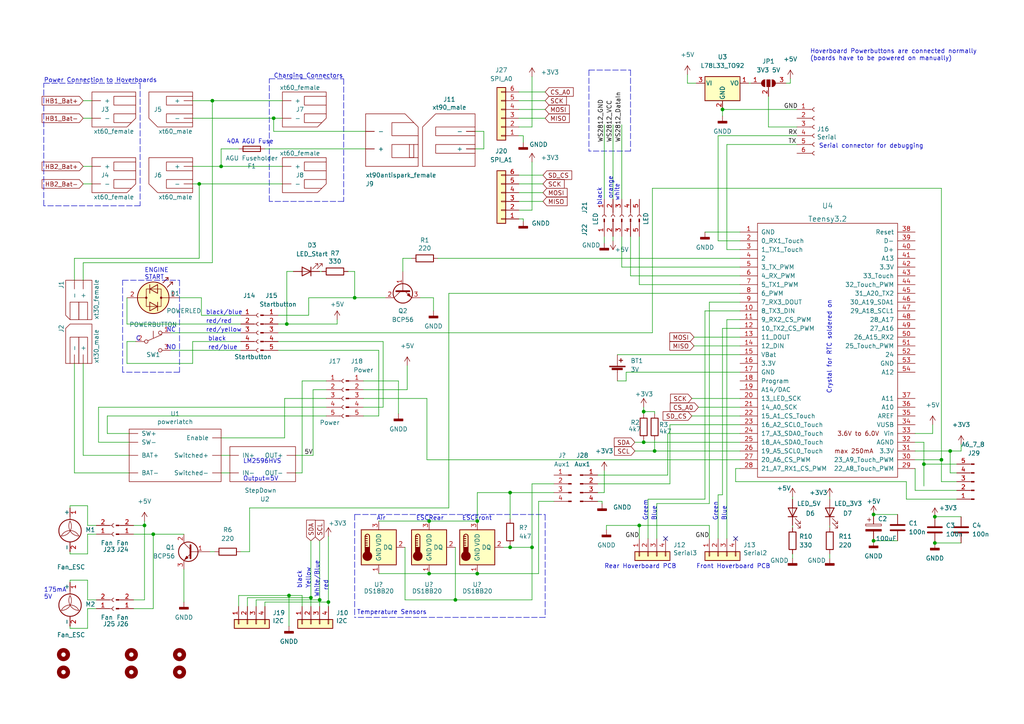
<source format=kicad_sch>
(kicad_sch (version 20211123) (generator eeschema)

  (uuid 00e38d63-5436-49db-81f5-697421f168fc)

  (paper "A4")

  

  (junction (at 57.785 53.34) (diameter 0) (color 0 0 0 0)
    (uuid 051b8cb0-ae77-4e09-98a7-bf2103319e66)
  )
  (junction (at 41.91 152.4) (diameter 0) (color 0 0 0 0)
    (uuid 08d3dd73-6f4c-4fc2-8e37-f281b85fe0d4)
  )
  (junction (at 92.71 173.99) (diameter 0) (color 0 0 0 0)
    (uuid 0b10b5dd-1068-4091-bac0-79652863a01e)
  )
  (junction (at 186.69 128.27) (diameter 0) (color 0 0 0 0)
    (uuid 0bb5c886-5f9c-4c29-83d9-f58a572fcd79)
  )
  (junction (at 79.375 34.29) (diameter 0) (color 0 0 0 0)
    (uuid 123968c6-74e7-4754-8c36-08ea08e42555)
  )
  (junction (at 44.45 154.94) (diameter 0) (color 0 0 0 0)
    (uuid 17f40a5c-3441-49ae-8b83-88ce922d0e3d)
  )
  (junction (at 138.43 166.37) (diameter 0) (color 0 0 0 0)
    (uuid 1dcbe33f-cc83-406d-a028-85a460c31bac)
  )
  (junction (at 83.185 93.98) (diameter 0) (color 0 0 0 0)
    (uuid 2235841a-9c52-451a-9616-b84a520feeb5)
  )
  (junction (at 124.46 151.13) (diameter 0) (color 0 0 0 0)
    (uuid 242321c3-d992-4644-83b0-153f6d6ae855)
  )
  (junction (at 273.05 133.35) (diameter 0) (color 0 0 0 0)
    (uuid 294c0b81-a58f-43d9-b3ff-58ec3e95d3c4)
  )
  (junction (at 154.305 158.75) (diameter 0) (color 0 0 0 0)
    (uuid 30ff234b-df3a-42aa-bb37-f6ff7d49aec5)
  )
  (junction (at 185.42 152.4) (diameter 0) (color 0 0 0 0)
    (uuid 38f3170a-b54c-4011-af49-381b27b9e9bb)
  )
  (junction (at 271.145 149.86) (diameter 0) (color 0 0 0 0)
    (uuid 3a3e70b1-2cc8-4a66-89cd-35460ef8a407)
  )
  (junction (at 186.69 119.38) (diameter 0) (color 0 0 0 0)
    (uuid 40412e4d-fa67-404b-8675-fb145207776f)
  )
  (junction (at 253.365 156.845) (diameter 0) (color 0 0 0 0)
    (uuid 5096b250-cff0-4068-b724-0f0e0414784d)
  )
  (junction (at 147.955 142.875) (diameter 0) (color 0 0 0 0)
    (uuid 51826272-e64e-4c84-9c7b-b0f63fbb4416)
  )
  (junction (at 132.08 173.99) (diameter 0) (color 0 0 0 0)
    (uuid 64b3d048-4b62-4ef4-8a26-25f8e11cab31)
  )
  (junction (at 83.82 172.72) (diameter 0) (color 0 0 0 0)
    (uuid 69403c96-f918-448f-9931-0f743ebdeac3)
  )
  (junction (at 147.955 158.75) (diameter 0) (color 0 0 0 0)
    (uuid 6bbe664c-afc8-4a26-beda-656dd9cea5b8)
  )
  (junction (at 138.43 151.13) (diameter 0) (color 0 0 0 0)
    (uuid 6fb4cb96-e032-467f-b1ab-7c739561664d)
  )
  (junction (at 275.59 130.81) (diameter 0) (color 0 0 0 0)
    (uuid 73e22f62-48fa-4032-ab99-c63ffdb6815b)
  )
  (junction (at 64.135 48.26) (diameter 0) (color 0 0 0 0)
    (uuid 79451892-db6b-4999-916d-6392174ee493)
  )
  (junction (at 189.865 130.81) (diameter 0) (color 0 0 0 0)
    (uuid 8704d76b-52f1-45a4-966f-1d07e731c198)
  )
  (junction (at 253.365 149.225) (diameter 0) (color 0 0 0 0)
    (uuid 88d9f69e-d0e5-4bba-b2dc-36fd356eba4e)
  )
  (junction (at 102.87 86.36) (diameter 0) (color 0 0 0 0)
    (uuid 8e0c5536-8f0c-41c4-a920-c1fe2d0aeb28)
  )
  (junction (at 209.55 31.75) (diameter 0) (color 0 0 0 0)
    (uuid 90b82718-91a8-42b9-8b5c-f55037401d9a)
  )
  (junction (at 271.145 157.48) (diameter 0) (color 0 0 0 0)
    (uuid 9f171a87-ffde-46b1-b9bd-87ba6a6c823d)
  )
  (junction (at 95.25 174.625) (diameter 0) (color 0 0 0 0)
    (uuid ae42da24-02f4-42e7-8f2c-3c1c04118f9b)
  )
  (junction (at 267.97 134.62) (diameter 0) (color 0 0 0 0)
    (uuid aecb7fd1-6e81-44d7-8a5d-03a5b93e1a9a)
  )
  (junction (at 90.17 173.355) (diameter 0) (color 0 0 0 0)
    (uuid e6bbf99a-2bfc-49bf-a0f1-56b03ff0b655)
  )
  (junction (at 124.46 166.37) (diameter 0) (color 0 0 0 0)
    (uuid efd22a7b-d2dc-4142-bf5e-6904cf5b3836)
  )
  (junction (at 61.595 29.21) (diameter 0) (color 0 0 0 0)
    (uuid fad4c712-0a2e-465d-a9f8-83d26bd66e37)
  )

  (no_connect (at 213.36 156.21) (uuid 57276367-9ce4-4738-88d7-6e8cb94c966c))
  (no_connect (at 193.04 156.21) (uuid 72b36951-3ec7-4569-9c88-cf9b4afe1cae))

  (wire (pts (xy 66.675 132.08) (xy 64.135 132.08))
    (stroke (width 0) (type default) (color 0 0 0 0))
    (uuid 009b5465-0a65-4237-93e7-eb65321eeb18)
  )
  (wire (pts (xy 275.59 130.81) (xy 278.765 130.81))
    (stroke (width 0) (type default) (color 0 0 0 0))
    (uuid 00ebed69-1ae8-4281-9dbb-78160329662c)
  )
  (wire (pts (xy 57.785 53.34) (xy 57.785 74.93))
    (stroke (width 0) (type default) (color 0 0 0 0))
    (uuid 02538207-54a8-4266-8d51-23871852b2ff)
  )
  (wire (pts (xy 271.145 157.48) (xy 278.765 157.48))
    (stroke (width 0) (type default) (color 0 0 0 0))
    (uuid 046aff1b-63dd-4fa2-ad6b-a0c87f57f7dd)
  )
  (wire (pts (xy 213.36 139.7) (xy 213.36 135.89))
    (stroke (width 0) (type default) (color 0 0 0 0))
    (uuid 048b98a1-7408-4bd3-ba48-56b856855483)
  )
  (wire (pts (xy 140.335 43.18) (xy 137.795 43.18))
    (stroke (width 0) (type default) (color 0 0 0 0))
    (uuid 04cf2f2c-74bf-400d-b4f6-201720df00ed)
  )
  (wire (pts (xy 64.135 43.18) (xy 64.135 48.26))
    (stroke (width 0) (type default) (color 0 0 0 0))
    (uuid 083becc8-e25d-4206-9636-55457650bbe3)
  )
  (polyline (pts (xy 102.87 149.225) (xy 102.87 179.07))
    (stroke (width 0) (type default) (color 0 0 0 0))
    (uuid 09e06fde-36b0-4ab7-b996-d98c02ce3f76)
  )

  (wire (pts (xy 150.495 39.37) (xy 151.765 39.37))
    (stroke (width 0) (type default) (color 0 0 0 0))
    (uuid 09ec5a1f-8168-4109-a329-ef099cef6d16)
  )
  (wire (pts (xy 83.82 172.72) (xy 69.215 172.72))
    (stroke (width 0) (type default) (color 0 0 0 0))
    (uuid 0a177102-b386-476a-bb78-cfa41e5981d4)
  )
  (wire (pts (xy 253.365 156.845) (xy 260.35 156.845))
    (stroke (width 0) (type default) (color 0 0 0 0))
    (uuid 0a265115-6c7a-45ab-97a3-c695e3ee67d2)
  )
  (polyline (pts (xy 12.7 59.69) (xy 12.7 24.13))
    (stroke (width 0) (type default) (color 0 0 0 0))
    (uuid 0b4c0f05-c855-4742-bad2-dbf645d5842b)
  )

  (wire (pts (xy 217.17 24.13) (xy 217.805 24.13))
    (stroke (width 0) (type default) (color 0 0 0 0))
    (uuid 0b759eb5-2b5d-497b-bde5-ba020c43a39d)
  )
  (wire (pts (xy 265.43 125.73) (xy 270.51 125.73))
    (stroke (width 0) (type default) (color 0 0 0 0))
    (uuid 0bf9b321-fb4d-49fd-9592-7ab5a99eb177)
  )
  (wire (pts (xy 90.17 156.845) (xy 90.17 173.355))
    (stroke (width 0) (type default) (color 0 0 0 0))
    (uuid 0cc9bf07-55b9-458f-b8aa-41b2f51fa940)
  )
  (wire (pts (xy 92.71 156.845) (xy 92.71 173.99))
    (stroke (width 0) (type default) (color 0 0 0 0))
    (uuid 0d5b0f48-7e11-42a1-aa49-31f1b69cb91d)
  )
  (wire (pts (xy 262.89 144.78) (xy 262.89 139.7))
    (stroke (width 0) (type default) (color 0 0 0 0))
    (uuid 0d8dc964-deb7-44e6-848e-a4828cd6ccf5)
  )
  (wire (pts (xy 150.495 31.75) (xy 158.115 31.75))
    (stroke (width 0) (type default) (color 0 0 0 0))
    (uuid 0e78b584-2869-48ac-b293-95bd208efc94)
  )
  (wire (pts (xy 189.865 119.38) (xy 189.865 120.015))
    (stroke (width 0) (type default) (color 0 0 0 0))
    (uuid 0e95aa78-7bed-4b26-ac12-dbebf9e2b680)
  )
  (wire (pts (xy 31.115 120.65) (xy 31.115 125.73))
    (stroke (width 0) (type default) (color 0 0 0 0))
    (uuid 0f6a1023-ed00-4bd6-afef-ff227538c5e3)
  )
  (wire (pts (xy 177.8 36.195) (xy 177.8 57.785))
    (stroke (width 0) (type default) (color 0 0 0 0))
    (uuid 11274c77-8dea-42af-9338-4bcf2f325c89)
  )
  (wire (pts (xy 82.55 127) (xy 82.55 115.57))
    (stroke (width 0) (type default) (color 0 0 0 0))
    (uuid 1136c54b-6feb-40f7-ae6a-0f9521f82981)
  )
  (wire (pts (xy 37.465 125.73) (xy 31.115 125.73))
    (stroke (width 0) (type default) (color 0 0 0 0))
    (uuid 1199146e-a60b-416a-b503-e77d6d2892f9)
  )
  (wire (pts (xy 21.59 137.16) (xy 21.59 105.41))
    (stroke (width 0) (type default) (color 0 0 0 0))
    (uuid 12a24e86-2c38-4685-bba9-fff8dddb4cb0)
  )
  (wire (pts (xy 26.67 53.34) (xy 24.13 53.34))
    (stroke (width 0) (type default) (color 0 0 0 0))
    (uuid 12c8f4c9-cb79-4390-b96c-a717c693de17)
  )
  (wire (pts (xy 24.13 48.26) (xy 26.67 48.26))
    (stroke (width 0) (type default) (color 0 0 0 0))
    (uuid 12f8e43c-8f83-48d3-a9b5-5f3ebc0b6c43)
  )
  (wire (pts (xy 186.69 118.11) (xy 186.69 119.38))
    (stroke (width 0) (type default) (color 0 0 0 0))
    (uuid 13519fa0-f319-4568-9da1-27e7fc596e16)
  )
  (wire (pts (xy 156.21 145.415) (xy 160.655 145.415))
    (stroke (width 0) (type default) (color 0 0 0 0))
    (uuid 13786dec-2489-4053-b561-88e4a3312eb2)
  )
  (wire (pts (xy 20.32 146.685) (xy 25.4 146.685))
    (stroke (width 0) (type default) (color 0 0 0 0))
    (uuid 1542b558-bfe7-4e44-b051-52e954f089c4)
  )
  (polyline (pts (xy 158.115 179.07) (xy 102.87 179.07))
    (stroke (width 0) (type default) (color 0 0 0 0))
    (uuid 1570d25c-8719-49ce-9fd6-6144a7fe414f)
  )

  (wire (pts (xy 265.43 130.81) (xy 275.59 130.81))
    (stroke (width 0) (type default) (color 0 0 0 0))
    (uuid 15f2b6d5-48c4-4f31-8b9d-7d2668e7fe00)
  )
  (wire (pts (xy 275.59 137.16) (xy 277.495 137.16))
    (stroke (width 0) (type default) (color 0 0 0 0))
    (uuid 16be875d-0110-4993-b777-e772726fe1e5)
  )
  (wire (pts (xy 209.55 95.25) (xy 209.55 143.51))
    (stroke (width 0) (type default) (color 0 0 0 0))
    (uuid 170a1464-a955-4bdc-927d-f8249fd0c04c)
  )
  (wire (pts (xy 61.595 29.21) (xy 61.595 76.2))
    (stroke (width 0) (type default) (color 0 0 0 0))
    (uuid 17ed3508-fa2e-4593-a799-bfd39a6cc14d)
  )
  (wire (pts (xy 127 74.93) (xy 214.63 74.93))
    (stroke (width 0) (type default) (color 0 0 0 0))
    (uuid 181e9518-7706-4189-a885-5e6e3aee3bb9)
  )
  (wire (pts (xy 83.185 93.98) (xy 83.185 78.74))
    (stroke (width 0) (type default) (color 0 0 0 0))
    (uuid 1df9a412-b56c-4e84-b38b-6a4bc05a97be)
  )
  (wire (pts (xy 38.735 173.99) (xy 41.91 173.99))
    (stroke (width 0) (type default) (color 0 0 0 0))
    (uuid 1e6a20ef-296c-4f96-9891-ff8455ce839d)
  )
  (wire (pts (xy 25.4 182.245) (xy 20.32 182.245))
    (stroke (width 0) (type default) (color 0 0 0 0))
    (uuid 1f97d1e3-c5f6-4344-9fb6-6c723b7697fa)
  )
  (polyline (pts (xy 52.07 81.28) (xy 52.07 107.95))
    (stroke (width 0) (type default) (color 0 0 0 0))
    (uuid 1fbb0219-551e-409b-a61b-76e8cebdfb9d)
  )

  (wire (pts (xy 185.42 82.55) (xy 214.63 82.55))
    (stroke (width 0) (type default) (color 0 0 0 0))
    (uuid 1fe5bc2b-0fca-4819-a520-4615dfab4d15)
  )
  (wire (pts (xy 154.305 140.335) (xy 154.305 158.75))
    (stroke (width 0) (type default) (color 0 0 0 0))
    (uuid 20c35e19-7499-4a32-968e-c106eec1aefe)
  )
  (wire (pts (xy 69.215 172.72) (xy 69.215 175.895))
    (stroke (width 0) (type default) (color 0 0 0 0))
    (uuid 25531609-ada1-438f-9524-2d6b2aacec2a)
  )
  (wire (pts (xy 20.32 168.275) (xy 25.4 168.275))
    (stroke (width 0) (type default) (color 0 0 0 0))
    (uuid 26301722-d82d-4669-b21f-04874a1fbca3)
  )
  (wire (pts (xy 229.87 144.145) (xy 229.87 144.78))
    (stroke (width 0) (type default) (color 0 0 0 0))
    (uuid 26a5e061-05bb-41a8-bc7a-df1564b11e90)
  )
  (wire (pts (xy 150.495 63.5) (xy 151.765 63.5))
    (stroke (width 0) (type default) (color 0 0 0 0))
    (uuid 2721b0da-8699-4bf1-80bb-1d6b9e717c61)
  )
  (wire (pts (xy 214.63 85.09) (xy 130.175 85.09))
    (stroke (width 0) (type default) (color 0 0 0 0))
    (uuid 2762442d-9432-4074-b79b-8eeab3eaf9a7)
  )
  (polyline (pts (xy 40.64 24.13) (xy 40.64 59.69))
    (stroke (width 0) (type default) (color 0 0 0 0))
    (uuid 282c8e53-3acc-42f0-a92a-6aa976b97a93)
  )

  (wire (pts (xy 137.795 38.1) (xy 140.335 38.1))
    (stroke (width 0) (type default) (color 0 0 0 0))
    (uuid 2878a73c-5447-4cd9-8194-14f52ab9459c)
  )
  (wire (pts (xy 89.535 86.36) (xy 102.87 86.36))
    (stroke (width 0) (type default) (color 0 0 0 0))
    (uuid 28e146f5-f85f-47b5-94b5-a67c33d23635)
  )
  (wire (pts (xy 154.305 36.83) (xy 150.495 36.83))
    (stroke (width 0) (type default) (color 0 0 0 0))
    (uuid 2ba9fb94-a1fa-486c-8933-fbe2803c354e)
  )
  (wire (pts (xy 109.855 166.37) (xy 124.46 166.37))
    (stroke (width 0) (type default) (color 0 0 0 0))
    (uuid 2c0237bf-a60c-4752-b240-a0ed4b05992b)
  )
  (wire (pts (xy 72.39 160.02) (xy 69.85 160.02))
    (stroke (width 0) (type default) (color 0 0 0 0))
    (uuid 2d84a257-2801-4282-83f8-8a08920949d3)
  )
  (wire (pts (xy 160.655 142.875) (xy 147.955 142.875))
    (stroke (width 0) (type default) (color 0 0 0 0))
    (uuid 2f50addc-928c-4435-b241-4bd66bfb0934)
  )
  (wire (pts (xy 55.88 99.06) (xy 55.88 105.41))
    (stroke (width 0) (type default) (color 0 0 0 0))
    (uuid 2fd044b6-377e-455f-89e0-f4f69a117f77)
  )
  (wire (pts (xy 154.305 22.225) (xy 154.305 36.83))
    (stroke (width 0) (type default) (color 0 0 0 0))
    (uuid 3017e6b7-2d49-4427-9dc1-83cc27ee24a4)
  )
  (wire (pts (xy 185.42 152.4) (xy 185.42 156.21))
    (stroke (width 0) (type default) (color 0 0 0 0))
    (uuid 30c33e3e-fb78-498d-bffe-76273d527004)
  )
  (wire (pts (xy 209.55 31.75) (xy 209.55 33.655))
    (stroke (width 0) (type default) (color 0 0 0 0))
    (uuid 322a7fce-26c4-4bb5-ba5a-1688f26585cf)
  )
  (wire (pts (xy 80.645 96.52) (xy 189.23 96.52))
    (stroke (width 0) (type default) (color 0 0 0 0))
    (uuid 32380bb4-3280-497e-9558-7a21f00e00dd)
  )
  (wire (pts (xy 185.42 68.58) (xy 185.42 82.55))
    (stroke (width 0) (type default) (color 0 0 0 0))
    (uuid 32551a79-b842-47a9-8e23-7783a840e131)
  )
  (wire (pts (xy 20.32 168.91) (xy 20.32 168.275))
    (stroke (width 0) (type default) (color 0 0 0 0))
    (uuid 33072d10-86aa-4a72-9898-01c2c9b5842e)
  )
  (wire (pts (xy 154.305 173.99) (xy 154.305 158.75))
    (stroke (width 0) (type default) (color 0 0 0 0))
    (uuid 33aa439f-8f27-4c20-8909-3dc70d367c43)
  )
  (wire (pts (xy 138.43 166.37) (xy 156.21 166.37))
    (stroke (width 0) (type default) (color 0 0 0 0))
    (uuid 33e2f234-7e68-4c90-b3d3-06c043b0935f)
  )
  (wire (pts (xy 27.94 176.53) (xy 25.4 176.53))
    (stroke (width 0) (type default) (color 0 0 0 0))
    (uuid 34e399b2-48be-42f9-842e-e3b66c7c06bb)
  )
  (wire (pts (xy 209.55 143.51) (xy 208.28 143.51))
    (stroke (width 0) (type default) (color 0 0 0 0))
    (uuid 34eb38bf-2fc7-4a28-893e-3d3609a85d23)
  )
  (wire (pts (xy 41.91 151.13) (xy 41.91 152.4))
    (stroke (width 0) (type default) (color 0 0 0 0))
    (uuid 35a7735a-ee25-458f-bb48-cd448dcda5d3)
  )
  (wire (pts (xy 57.785 53.34) (xy 81.915 53.34))
    (stroke (width 0) (type default) (color 0 0 0 0))
    (uuid 35c09d1f-2914-4d1e-a002-df30af772f3b)
  )
  (wire (pts (xy 24.13 76.2) (xy 24.13 81.28))
    (stroke (width 0) (type default) (color 0 0 0 0))
    (uuid 35ef9c4a-35f6-467b-a704-b1d9354880cf)
  )
  (wire (pts (xy 267.97 128.27) (xy 267.97 134.62))
    (stroke (width 0) (type default) (color 0 0 0 0))
    (uuid 3628add0-cc90-4ce6-bc0a-7b0499cb2a43)
  )
  (polyline (pts (xy 182.88 43.815) (xy 170.815 43.815))
    (stroke (width 0) (type default) (color 0 0 0 0))
    (uuid 374316c4-15a5-4072-bc2a-06291d270741)
  )

  (wire (pts (xy 25.4 154.94) (xy 25.4 160.655))
    (stroke (width 0) (type default) (color 0 0 0 0))
    (uuid 39ae077c-5133-4896-9953-71244e980cb5)
  )
  (wire (pts (xy 123.825 115.57) (xy 123.825 133.35))
    (stroke (width 0) (type default) (color 0 0 0 0))
    (uuid 39d7e422-7f67-4268-a2ed-2db52be51cae)
  )
  (wire (pts (xy 160.655 140.335) (xy 154.305 140.335))
    (stroke (width 0) (type default) (color 0 0 0 0))
    (uuid 3aa28a58-d2d7-4f0a-91cb-81d577d309f4)
  )
  (wire (pts (xy 38.735 154.94) (xy 44.45 154.94))
    (stroke (width 0) (type default) (color 0 0 0 0))
    (uuid 3bc3df81-b30e-4a41-a38c-bca401c1fdb4)
  )
  (wire (pts (xy 150.495 53.34) (xy 157.48 53.34))
    (stroke (width 0) (type default) (color 0 0 0 0))
    (uuid 3bce23fc-cdab-4616-8963-9c1f94f76e8b)
  )
  (wire (pts (xy 94.615 120.65) (xy 31.115 120.65))
    (stroke (width 0) (type default) (color 0 0 0 0))
    (uuid 3bdb6e74-df98-4382-9a1e-8b7b42de8b63)
  )
  (wire (pts (xy 150.495 55.88) (xy 157.48 55.88))
    (stroke (width 0) (type default) (color 0 0 0 0))
    (uuid 3be16d8f-c504-4be9-bb1b-a581c1c2e941)
  )
  (wire (pts (xy 199.39 24.13) (xy 199.39 21.59))
    (stroke (width 0) (type default) (color 0 0 0 0))
    (uuid 3cd14580-9b18-43b9-b012-256b77a63300)
  )
  (wire (pts (xy 24.13 132.08) (xy 37.465 132.08))
    (stroke (width 0) (type default) (color 0 0 0 0))
    (uuid 3e0392c0-affc-4114-9de5-1f1cfe79418a)
  )
  (wire (pts (xy 262.89 139.7) (xy 213.36 139.7))
    (stroke (width 0) (type default) (color 0 0 0 0))
    (uuid 3e2959fb-f853-45ab-a70d-cefa40ed4a13)
  )
  (wire (pts (xy 76.835 43.18) (xy 106.045 43.18))
    (stroke (width 0) (type default) (color 0 0 0 0))
    (uuid 3e3d55c8-e0ea-48fb-8421-a84b7cb7055b)
  )
  (wire (pts (xy 61.595 29.21) (xy 81.915 29.21))
    (stroke (width 0) (type default) (color 0 0 0 0))
    (uuid 422b10b9-e829-44a2-8808-05edd8cb3050)
  )
  (wire (pts (xy 92.71 173.99) (xy 74.295 173.99))
    (stroke (width 0) (type default) (color 0 0 0 0))
    (uuid 4254ab22-9d9b-4884-a1f8-0bb4242f8894)
  )
  (wire (pts (xy 270.51 125.73) (xy 270.51 123.19))
    (stroke (width 0) (type default) (color 0 0 0 0))
    (uuid 44a31d09-65ce-45e2-98f9-0649161b54b4)
  )
  (wire (pts (xy 214.63 77.47) (xy 180.34 77.47))
    (stroke (width 0) (type default) (color 0 0 0 0))
    (uuid 44dee830-40ed-4a00-8c4e-ba626f32dc1e)
  )
  (wire (pts (xy 25.4 168.275) (xy 25.4 173.99))
    (stroke (width 0) (type default) (color 0 0 0 0))
    (uuid 46fa1be4-d517-4eaf-a68b-dce661fc076c)
  )
  (wire (pts (xy 278.765 130.81) (xy 278.765 128.905))
    (stroke (width 0) (type default) (color 0 0 0 0))
    (uuid 474c69f2-d47e-44b5-9fe8-4f70b718e8d8)
  )
  (wire (pts (xy 79.375 38.1) (xy 79.375 34.29))
    (stroke (width 0) (type default) (color 0 0 0 0))
    (uuid 475ed8b3-90bf-48cd-bce5-d8f48b689541)
  )
  (wire (pts (xy 240.665 152.4) (xy 240.665 153.035))
    (stroke (width 0) (type default) (color 0 0 0 0))
    (uuid 489dbc75-626f-4f7d-a79e-4718b12503a5)
  )
  (polyline (pts (xy 102.87 149.225) (xy 158.115 149.225))
    (stroke (width 0) (type default) (color 0 0 0 0))
    (uuid 48e63767-c45b-4543-b818-8f00f0600bf9)
  )

  (wire (pts (xy 205.74 146.05) (xy 205.74 87.63))
    (stroke (width 0) (type default) (color 0 0 0 0))
    (uuid 49df14a4-9231-4e0c-8be6-325780f5026d)
  )
  (wire (pts (xy 253.365 149.225) (xy 260.35 149.225))
    (stroke (width 0) (type default) (color 0 0 0 0))
    (uuid 49efe05d-ee93-4a15-b852-734325ebf0af)
  )
  (wire (pts (xy 89.535 91.44) (xy 89.535 86.36))
    (stroke (width 0) (type default) (color 0 0 0 0))
    (uuid 4abd83b2-2075-4fec-a627-5a1558b56d3f)
  )
  (wire (pts (xy 190.5 156.21) (xy 190.5 146.05))
    (stroke (width 0) (type default) (color 0 0 0 0))
    (uuid 4c843bdb-6c9e-40dd-85e2-0567846e18ba)
  )
  (wire (pts (xy 175.26 136.525) (xy 175.26 142.875))
    (stroke (width 0) (type default) (color 0 0 0 0))
    (uuid 4cd66851-08f4-4acb-9fff-9781de2b31d6)
  )
  (wire (pts (xy 123.825 133.35) (xy 214.63 133.35))
    (stroke (width 0) (type default) (color 0 0 0 0))
    (uuid 4d35d179-1fe5-442a-89de-d0579ca2bbc5)
  )
  (wire (pts (xy 105.41 115.57) (xy 123.825 115.57))
    (stroke (width 0) (type default) (color 0 0 0 0))
    (uuid 4dbb109d-2431-40ac-8260-8df88fdef5cd)
  )
  (wire (pts (xy 138.43 142.875) (xy 138.43 151.13))
    (stroke (width 0) (type default) (color 0 0 0 0))
    (uuid 4f7c7ee0-aecc-4a3e-93eb-625bf8325b8f)
  )
  (wire (pts (xy 184.15 128.27) (xy 186.69 128.27))
    (stroke (width 0) (type default) (color 0 0 0 0))
    (uuid 4fdf05e9-f289-448e-914a-b6881900d6c1)
  )
  (wire (pts (xy 275.59 130.81) (xy 275.59 137.16))
    (stroke (width 0) (type default) (color 0 0 0 0))
    (uuid 501f712e-3fe5-40e9-8641-58b732b1882d)
  )
  (wire (pts (xy 83.185 93.98) (xy 97.79 93.98))
    (stroke (width 0) (type default) (color 0 0 0 0))
    (uuid 50208326-4c3d-4fc0-b1bc-7c7f78e47333)
  )
  (wire (pts (xy 90.17 173.355) (xy 90.17 175.895))
    (stroke (width 0) (type default) (color 0 0 0 0))
    (uuid 50511df0-cbe7-4439-9e9c-f26e04b637db)
  )
  (wire (pts (xy 189.23 54.61) (xy 189.23 96.52))
    (stroke (width 0) (type default) (color 0 0 0 0))
    (uuid 51909adb-2e51-4572-af12-85a12663ac96)
  )
  (wire (pts (xy 193.675 125.73) (xy 214.63 125.73))
    (stroke (width 0) (type default) (color 0 0 0 0))
    (uuid 530ea4c9-0761-4c55-b00d-e28a9768a955)
  )
  (wire (pts (xy 36.83 93.98) (xy 36.83 86.36))
    (stroke (width 0) (type default) (color 0 0 0 0))
    (uuid 53e34696-241f-47e5-a477-f469335c8a61)
  )
  (wire (pts (xy 58.42 91.44) (xy 69.85 91.44))
    (stroke (width 0) (type default) (color 0 0 0 0))
    (uuid 547eeec1-a95c-431b-95a4-2ff936d52170)
  )
  (wire (pts (xy 119.38 74.93) (xy 116.84 74.93))
    (stroke (width 0) (type default) (color 0 0 0 0))
    (uuid 54dfed87-fbe5-47ab-b620-2d6ba5ea0bcb)
  )
  (wire (pts (xy 147.955 142.875) (xy 147.955 150.495))
    (stroke (width 0) (type default) (color 0 0 0 0))
    (uuid 55612800-7186-4844-8635-2f2dadf3eaf1)
  )
  (wire (pts (xy 87.63 172.72) (xy 83.82 172.72))
    (stroke (width 0) (type default) (color 0 0 0 0))
    (uuid 55c7ef39-b251-4a11-94d4-60a109929c6f)
  )
  (wire (pts (xy 105.41 118.11) (xy 111.125 118.11))
    (stroke (width 0) (type default) (color 0 0 0 0))
    (uuid 56e486f5-556e-4d8e-a75a-487ed98d2e59)
  )
  (wire (pts (xy 147.955 158.75) (xy 147.955 158.115))
    (stroke (width 0) (type default) (color 0 0 0 0))
    (uuid 58c209f0-2b9e-4f7d-aa27-5cf3bc9ef328)
  )
  (wire (pts (xy 205.74 152.4) (xy 205.74 156.21))
    (stroke (width 0) (type default) (color 0 0 0 0))
    (uuid 58d71c09-ba53-43d7-9fc9-7054806963d2)
  )
  (wire (pts (xy 177.8 68.58) (xy 177.8 69.85))
    (stroke (width 0) (type default) (color 0 0 0 0))
    (uuid 58dfd4b5-1213-4f4d-8f38-79c6f352f825)
  )
  (wire (pts (xy 36.83 99.06) (xy 36.83 105.41))
    (stroke (width 0) (type default) (color 0 0 0 0))
    (uuid 58e8a243-dbf1-46ec-a9ca-62db6c046a4b)
  )
  (polyline (pts (xy 182.88 20.32) (xy 182.88 43.815))
    (stroke (width 0) (type default) (color 0 0 0 0))
    (uuid 59066bb7-c104-449a-a331-bd2de5193eeb)
  )

  (wire (pts (xy 94.615 118.11) (xy 28.575 118.11))
    (stroke (width 0) (type default) (color 0 0 0 0))
    (uuid 5a040418-8644-4cf8-9de0-ba3624649e9e)
  )
  (wire (pts (xy 116.84 74.93) (xy 116.84 78.74))
    (stroke (width 0) (type default) (color 0 0 0 0))
    (uuid 5a1c01fb-cf82-4e17-9a62-00e0a3adba47)
  )
  (wire (pts (xy 182.88 68.58) (xy 182.88 80.01))
    (stroke (width 0) (type default) (color 0 0 0 0))
    (uuid 5ae7ec9d-f872-4d2d-a4c4-ccac7b92dc87)
  )
  (wire (pts (xy 94.615 113.03) (xy 90.805 113.03))
    (stroke (width 0) (type default) (color 0 0 0 0))
    (uuid 5b15d041-2d51-4c90-8164-397806011835)
  )
  (wire (pts (xy 95.25 174.625) (xy 95.25 175.895))
    (stroke (width 0) (type default) (color 0 0 0 0))
    (uuid 5c3c20ac-7d6a-4a6a-8d79-b176608d957f)
  )
  (wire (pts (xy 146.05 158.75) (xy 147.955 158.75))
    (stroke (width 0) (type default) (color 0 0 0 0))
    (uuid 5d0d6a13-8484-4646-bacd-2fbc9cb5413d)
  )
  (wire (pts (xy 76.835 175.895) (xy 76.835 174.625))
    (stroke (width 0) (type default) (color 0 0 0 0))
    (uuid 5dba2df1-c0a7-451c-ad63-7260d7b1f5a8)
  )
  (wire (pts (xy 55.88 29.21) (xy 61.595 29.21))
    (stroke (width 0) (type default) (color 0 0 0 0))
    (uuid 5f312b85-6822-40a3-b417-2df49696ca2d)
  )
  (wire (pts (xy 24.13 29.21) (xy 26.67 29.21))
    (stroke (width 0) (type default) (color 0 0 0 0))
    (uuid 5f38bdb2-3657-474e-8e86-d6bb0b298110)
  )
  (wire (pts (xy 117.475 173.99) (xy 132.08 173.99))
    (stroke (width 0) (type default) (color 0 0 0 0))
    (uuid 5fffc123-8d12-4fe8-9d11-1182bb078146)
  )
  (wire (pts (xy 74.295 173.99) (xy 74.295 175.895))
    (stroke (width 0) (type default) (color 0 0 0 0))
    (uuid 6064ea35-013e-4b86-a6c4-39586d23a64c)
  )
  (wire (pts (xy 209.55 31.75) (xy 231.14 31.75))
    (stroke (width 0) (type default) (color 0 0 0 0))
    (uuid 6202b522-e646-49af-83e4-b5d7844d80bd)
  )
  (wire (pts (xy 25.4 146.685) (xy 25.4 152.4))
    (stroke (width 0) (type default) (color 0 0 0 0))
    (uuid 62880b37-7f4d-4027-be35-87ea11b9bfce)
  )
  (wire (pts (xy 115.57 120.015) (xy 115.57 110.49))
    (stroke (width 0) (type default) (color 0 0 0 0))
    (uuid 62a6d334-f451-48c1-bbb3-2e2aacab4352)
  )
  (wire (pts (xy 194.31 123.19) (xy 214.63 123.19))
    (stroke (width 0) (type default) (color 0 0 0 0))
    (uuid 62bfa5ee-896d-42a1-8a5e-5e1301811401)
  )
  (wire (pts (xy 25.4 173.99) (xy 27.94 173.99))
    (stroke (width 0) (type default) (color 0 0 0 0))
    (uuid 62c26a31-4bf5-4a49-846e-2a9deae7bdd9)
  )
  (wire (pts (xy 208.28 69.85) (xy 208.28 39.37))
    (stroke (width 0) (type default) (color 0 0 0 0))
    (uuid 63884a0c-3153-4b16-b576-b3d0570549ad)
  )
  (wire (pts (xy 130.175 85.09) (xy 130.175 147.32))
    (stroke (width 0) (type default) (color 0 0 0 0))
    (uuid 649506bc-e737-4d40-826c-c9ae6cf7999f)
  )
  (wire (pts (xy 204.47 90.17) (xy 204.47 144.78))
    (stroke (width 0) (type default) (color 0 0 0 0))
    (uuid 64a82c13-23a0-425e-9d2f-c51801b5f76e)
  )
  (wire (pts (xy 277.495 144.78) (xy 262.89 144.78))
    (stroke (width 0) (type default) (color 0 0 0 0))
    (uuid 64da2e4a-a726-4ff0-ba50-b173e8b39877)
  )
  (wire (pts (xy 37.465 137.16) (xy 21.59 137.16))
    (stroke (width 0) (type default) (color 0 0 0 0))
    (uuid 6513181c-0a6a-4560-9a18-17450c36ae2a)
  )
  (wire (pts (xy 38.735 176.53) (xy 44.45 176.53))
    (stroke (width 0) (type default) (color 0 0 0 0))
    (uuid 655a4dd6-df89-48f2-a803-643990d058bd)
  )
  (wire (pts (xy 208.28 39.37) (xy 231.14 39.37))
    (stroke (width 0) (type default) (color 0 0 0 0))
    (uuid 65b9a046-bb8f-42cd-b846-d3362b0ef51f)
  )
  (wire (pts (xy 83.185 78.74) (xy 85.09 78.74))
    (stroke (width 0) (type default) (color 0 0 0 0))
    (uuid 663cc588-2ea2-4d16-b91f-ff54db2ba726)
  )
  (wire (pts (xy 175.895 152.4) (xy 185.42 152.4))
    (stroke (width 0) (type default) (color 0 0 0 0))
    (uuid 68422ffc-83e4-42e5-b1dc-f3b10be98daf)
  )
  (polyline (pts (xy 170.815 20.32) (xy 182.88 20.32))
    (stroke (width 0) (type default) (color 0 0 0 0))
    (uuid 6994715a-fbff-431c-b736-e87cb0a095c3)
  )

  (wire (pts (xy 202.565 118.11) (xy 214.63 118.11))
    (stroke (width 0) (type default) (color 0 0 0 0))
    (uuid 6b341153-e6a9-446e-a41f-f0b6803ef98d)
  )
  (wire (pts (xy 151.765 39.37) (xy 151.765 41.275))
    (stroke (width 0) (type default) (color 0 0 0 0))
    (uuid 6bb2c937-e8ff-43d0-9b06-456594eb25e9)
  )
  (wire (pts (xy 36.83 99.06) (xy 39.37 99.06))
    (stroke (width 0) (type default) (color 0 0 0 0))
    (uuid 6bd115d6-07e0-45db-8f2e-3cbb0429104f)
  )
  (wire (pts (xy 125.73 86.36) (xy 125.73 90.17))
    (stroke (width 0) (type default) (color 0 0 0 0))
    (uuid 6cb93665-0bcd-4104-8633-fffd1811eee0)
  )
  (wire (pts (xy 204.47 67.31) (xy 214.63 67.31))
    (stroke (width 0) (type default) (color 0 0 0 0))
    (uuid 6d660d44-2237-493b-a881-7e0ebb385c2c)
  )
  (wire (pts (xy 115.57 110.49) (xy 105.41 110.49))
    (stroke (width 0) (type default) (color 0 0 0 0))
    (uuid 6fb78646-375d-4e04-bdf3-192bdf9fa3e4)
  )
  (wire (pts (xy 214.63 90.17) (xy 204.47 90.17))
    (stroke (width 0) (type default) (color 0 0 0 0))
    (uuid 6fe0cc28-1be0-4954-b1df-068cf34b34b8)
  )
  (wire (pts (xy 187.96 156.21) (xy 187.96 144.78))
    (stroke (width 0) (type default) (color 0 0 0 0))
    (uuid 6ffdf05e-e119-49f9-85e9-13e4901df42a)
  )
  (wire (pts (xy 20.32 160.655) (xy 20.32 160.02))
    (stroke (width 0) (type default) (color 0 0 0 0))
    (uuid 707520b4-cacf-45dc-bb64-b15608f9208f)
  )
  (wire (pts (xy 38.735 152.4) (xy 41.91 152.4))
    (stroke (width 0) (type default) (color 0 0 0 0))
    (uuid 716ce140-e601-44e8-935e-856b42be6077)
  )
  (wire (pts (xy 186.69 119.38) (xy 189.865 119.38))
    (stroke (width 0) (type default) (color 0 0 0 0))
    (uuid 719e9152-e8ec-4038-bff3-e10dc6873da6)
  )
  (wire (pts (xy 69.215 43.18) (xy 64.135 43.18))
    (stroke (width 0) (type default) (color 0 0 0 0))
    (uuid 725cdf26-4b92-46db-bca9-10d930002dda)
  )
  (wire (pts (xy 80.645 101.6) (xy 109.855 101.6))
    (stroke (width 0) (type default) (color 0 0 0 0))
    (uuid 72c5b5dc-7d0c-4e1d-aa45-7f2d6eeb3e27)
  )
  (wire (pts (xy 117.475 158.75) (xy 117.475 173.99))
    (stroke (width 0) (type default) (color 0 0 0 0))
    (uuid 743de486-ba09-4c49-9dff-9a92fef55316)
  )
  (wire (pts (xy 189.865 130.81) (xy 214.63 130.81))
    (stroke (width 0) (type default) (color 0 0 0 0))
    (uuid 7468e343-8d98-49cd-b0f3-87e6dfd3c57b)
  )
  (wire (pts (xy 273.05 139.7) (xy 273.05 133.35))
    (stroke (width 0) (type default) (color 0 0 0 0))
    (uuid 751655c2-941f-4109-8347-98c9fd930f4e)
  )
  (wire (pts (xy 132.08 158.75) (xy 132.08 173.99))
    (stroke (width 0) (type default) (color 0 0 0 0))
    (uuid 76dfc600-0790-43a0-9bc4-d0e98f5de9c1)
  )
  (wire (pts (xy 20.32 160.655) (xy 25.4 160.655))
    (stroke (width 0) (type default) (color 0 0 0 0))
    (uuid 782ab777-440f-4045-a4c0-f73ddee70716)
  )
  (wire (pts (xy 118.11 113.03) (xy 105.41 113.03))
    (stroke (width 0) (type default) (color 0 0 0 0))
    (uuid 78fc26a2-c6aa-4020-b71c-d7cbb33d50cf)
  )
  (wire (pts (xy 64.135 48.26) (xy 81.915 48.26))
    (stroke (width 0) (type default) (color 0 0 0 0))
    (uuid 7acd513a-187b-4936-9f93-2e521ce33ad5)
  )
  (polyline (pts (xy 52.07 107.95) (xy 35.56 107.95))
    (stroke (width 0) (type default) (color 0 0 0 0))
    (uuid 7bfba61b-6752-4a45-9ee6-5984dcb15041)
  )

  (wire (pts (xy 82.55 115.57) (xy 94.615 115.57))
    (stroke (width 0) (type default) (color 0 0 0 0))
    (uuid 7dfa12dd-0cd0-4759-964c-4ba3aef8bb58)
  )
  (wire (pts (xy 175.26 68.58) (xy 175.26 70.485))
    (stroke (width 0) (type default) (color 0 0 0 0))
    (uuid 7f1579b0-7b58-4eea-a427-d38d2582d3aa)
  )
  (wire (pts (xy 60.96 160.02) (xy 62.23 160.02))
    (stroke (width 0) (type default) (color 0 0 0 0))
    (uuid 7f664a3c-9748-45a7-a189-4712ada62fe7)
  )
  (wire (pts (xy 174.625 145.415) (xy 174.625 146.05))
    (stroke (width 0) (type default) (color 0 0 0 0))
    (uuid 805ad2cb-4a29-45da-a322-1f9825134f56)
  )
  (wire (pts (xy 271.145 149.86) (xy 278.765 149.86))
    (stroke (width 0) (type default) (color 0 0 0 0))
    (uuid 80d27706-07bd-45c6-badc-c478b2600e5a)
  )
  (wire (pts (xy 265.43 133.35) (xy 273.05 133.35))
    (stroke (width 0) (type default) (color 0 0 0 0))
    (uuid 81d962a1-f4fc-43bc-9dbe-9b5a35c18019)
  )
  (wire (pts (xy 90.805 113.03) (xy 90.805 132.08))
    (stroke (width 0) (type default) (color 0 0 0 0))
    (uuid 823c34d4-e27b-470a-9b98-977c836aa764)
  )
  (wire (pts (xy 267.97 134.62) (xy 277.495 134.62))
    (stroke (width 0) (type default) (color 0 0 0 0))
    (uuid 83ba1d10-74c9-483a-be53-0628a98c4613)
  )
  (polyline (pts (xy 40.64 59.69) (xy 12.7 59.69))
    (stroke (width 0) (type default) (color 0 0 0 0))
    (uuid 83c5181e-f5ee-453c-ae5c-d7256ba8837d)
  )

  (wire (pts (xy 173.355 140.335) (xy 194.31 140.335))
    (stroke (width 0) (type default) (color 0 0 0 0))
    (uuid 85827b25-c667-4d1b-8921-52bdc5430650)
  )
  (wire (pts (xy 53.34 165.1) (xy 53.34 174.625))
    (stroke (width 0) (type default) (color 0 0 0 0))
    (uuid 885d043f-b4c9-4eb2-820d-d417cb4bc866)
  )
  (polyline (pts (xy 78.105 22.86) (xy 99.695 22.86))
    (stroke (width 0) (type default) (color 0 0 0 0))
    (uuid 888fd7cb-2fc6-480c-bcfa-0b71303087d3)
  )

  (wire (pts (xy 71.755 173.355) (xy 90.17 173.355))
    (stroke (width 0) (type default) (color 0 0 0 0))
    (uuid 89607785-50a6-412e-9773-1e085f5b77fa)
  )
  (wire (pts (xy 36.83 93.98) (xy 69.85 93.98))
    (stroke (width 0) (type default) (color 0 0 0 0))
    (uuid 8aeae536-fd36-430e-be47-1a856eced2fc)
  )
  (wire (pts (xy 87.63 110.49) (xy 94.615 110.49))
    (stroke (width 0) (type default) (color 0 0 0 0))
    (uuid 8b61a8d2-0056-4f41-829d-4d87fa944b28)
  )
  (wire (pts (xy 28.575 118.11) (xy 28.575 128.27))
    (stroke (width 0) (type default) (color 0 0 0 0))
    (uuid 8b99dc7a-2e02-445b-a6cf-b55663646f65)
  )
  (wire (pts (xy 20.32 182.245) (xy 20.32 181.61))
    (stroke (width 0) (type default) (color 0 0 0 0))
    (uuid 8ba5a9f6-538a-40bf-9f77-39b12aa2f0db)
  )
  (wire (pts (xy 181.61 110.49) (xy 179.07 110.49))
    (stroke (width 0) (type default) (color 0 0 0 0))
    (uuid 8cb3cff4-5ab5-48e7-bf9f-51e859cf7f20)
  )
  (wire (pts (xy 71.755 175.895) (xy 71.755 173.355))
    (stroke (width 0) (type default) (color 0 0 0 0))
    (uuid 8d023456-8ad9-4f7e-897d-e73ffdb4933e)
  )
  (wire (pts (xy 55.88 48.26) (xy 64.135 48.26))
    (stroke (width 0) (type default) (color 0 0 0 0))
    (uuid 8e295ed4-82cb-4d9f-8888-7ad2dd4d5129)
  )
  (wire (pts (xy 222.885 27.94) (xy 222.885 36.83))
    (stroke (width 0) (type default) (color 0 0 0 0))
    (uuid 90e4b67e-0a6e-42bc-93bf-45939b80c9b6)
  )
  (wire (pts (xy 124.46 166.37) (xy 138.43 166.37))
    (stroke (width 0) (type default) (color 0 0 0 0))
    (uuid 934617ba-f1d2-4fc0-b39f-da9adea05461)
  )
  (wire (pts (xy 118.11 106.045) (xy 118.11 113.03))
    (stroke (width 0) (type default) (color 0 0 0 0))
    (uuid 940380cb-8cf9-45b8-b600-7d8ce8a785d6)
  )
  (wire (pts (xy 140.335 38.1) (xy 140.335 43.18))
    (stroke (width 0) (type default) (color 0 0 0 0))
    (uuid 955cc99e-a129-42cf-abc7-aa99813fdb5f)
  )
  (wire (pts (xy 240.665 160.655) (xy 240.665 161.925))
    (stroke (width 0) (type default) (color 0 0 0 0))
    (uuid 957e24b2-957a-4613-8205-73cc52b7059b)
  )
  (wire (pts (xy 229.235 22.86) (xy 229.235 24.13))
    (stroke (width 0) (type default) (color 0 0 0 0))
    (uuid 95e06b65-459a-4ab7-a258-2019fd7c750c)
  )
  (wire (pts (xy 180.34 57.785) (xy 180.34 36.195))
    (stroke (width 0) (type default) (color 0 0 0 0))
    (uuid 962cc689-6c3f-4789-be43-adc84250ba02)
  )
  (wire (pts (xy 150.495 60.96) (xy 154.305 60.96))
    (stroke (width 0) (type default) (color 0 0 0 0))
    (uuid 96b1672c-107c-4f66-9cdb-f0ef0147a931)
  )
  (wire (pts (xy 55.88 99.06) (xy 69.85 99.06))
    (stroke (width 0) (type default) (color 0 0 0 0))
    (uuid 973c2694-75a7-49b1-b02c-677cd56f102c)
  )
  (wire (pts (xy 21.59 74.93) (xy 57.785 74.93))
    (stroke (width 0) (type default) (color 0 0 0 0))
    (uuid 974c48bf-534e-4335-98e1-b0426c783e99)
  )
  (wire (pts (xy 201.295 97.79) (xy 214.63 97.79))
    (stroke (width 0) (type default) (color 0 0 0 0))
    (uuid 97b85742-d338-4986-b5da-fb7c945b794b)
  )
  (wire (pts (xy 181.61 107.95) (xy 181.61 110.49))
    (stroke (width 0) (type default) (color 0 0 0 0))
    (uuid 983222ce-bc82-4fbc-a4be-4b8a3f9905a5)
  )
  (wire (pts (xy 64.135 127) (xy 82.55 127))
    (stroke (width 0) (type default) (color 0 0 0 0))
    (uuid 98b00c9d-9188-4bce-aa70-92d12dd9cf82)
  )
  (wire (pts (xy 55.88 53.34) (xy 57.785 53.34))
    (stroke (width 0) (type default) (color 0 0 0 0))
    (uuid 99186658-0361-40ba-ae93-62f23c5622e6)
  )
  (polyline (pts (xy 35.56 81.28) (xy 52.07 81.28))
    (stroke (width 0) (type default) (color 0 0 0 0))
    (uuid 99332785-d9f1-4363-9377-26ddc18e6d2c)
  )

  (wire (pts (xy 204.47 144.78) (xy 187.96 144.78))
    (stroke (width 0) (type default) (color 0 0 0 0))
    (uuid 99837fd0-a0a4-4343-8445-986091adde32)
  )
  (wire (pts (xy 97.79 93.98) (xy 97.79 92.71))
    (stroke (width 0) (type default) (color 0 0 0 0))
    (uuid 9992e006-0501-402a-9275-a5a0d8af71f1)
  )
  (polyline (pts (xy 35.56 107.95) (xy 35.56 81.28))
    (stroke (width 0) (type default) (color 0 0 0 0))
    (uuid 99dfa524-0366-4808-b4e8-328fc38e8656)
  )

  (wire (pts (xy 190.5 146.05) (xy 205.74 146.05))
    (stroke (width 0) (type default) (color 0 0 0 0))
    (uuid 9a970ac1-63cf-40d6-bc9a-be6411b01438)
  )
  (wire (pts (xy 179.07 102.87) (xy 214.63 102.87))
    (stroke (width 0) (type default) (color 0 0 0 0))
    (uuid 9d671c06-86f9-4e89-a7da-6f87b0b7d806)
  )
  (wire (pts (xy 20.32 147.32) (xy 20.32 146.685))
    (stroke (width 0) (type default) (color 0 0 0 0))
    (uuid 9ed2e82a-459f-49e0-a3a3-7e6e749f942c)
  )
  (wire (pts (xy 72.39 147.32) (xy 72.39 160.02))
    (stroke (width 0) (type default) (color 0 0 0 0))
    (uuid a1d929f8-3a0d-4870-a15e-1c1a86c261e8)
  )
  (wire (pts (xy 214.63 80.01) (xy 182.88 80.01))
    (stroke (width 0) (type default) (color 0 0 0 0))
    (uuid a2ce8f9b-adf1-448a-bac0-2619d7ebe60c)
  )
  (wire (pts (xy 277.495 139.7) (xy 273.05 139.7))
    (stroke (width 0) (type default) (color 0 0 0 0))
    (uuid a750b54f-ce9a-4e25-81d4-783e53359803)
  )
  (polyline (pts (xy 99.695 22.86) (xy 99.695 58.42))
    (stroke (width 0) (type default) (color 0 0 0 0))
    (uuid a92f3b72-ed6d-4d99-9da6-35771bec3c77)
  )

  (wire (pts (xy 76.835 174.625) (xy 95.25 174.625))
    (stroke (width 0) (type default) (color 0 0 0 0))
    (uuid a9ca165e-67b7-4a4f-a54c-ac2675edd3b2)
  )
  (wire (pts (xy 66.675 137.16) (xy 64.135 137.16))
    (stroke (width 0) (type default) (color 0 0 0 0))
    (uuid aa130053-a451-4f12-97f7-3d4d891a5f83)
  )
  (polyline (pts (xy 99.695 58.42) (xy 78.105 58.42))
    (stroke (width 0) (type default) (color 0 0 0 0))
    (uuid aa1c6f47-cbd4-4cbd-8265-e5ac08b7ffc8)
  )

  (wire (pts (xy 200.66 120.65) (xy 214.63 120.65))
    (stroke (width 0) (type default) (color 0 0 0 0))
    (uuid aa2eacdf-1a2e-4d23-b912-06ac5f7ded68)
  )
  (wire (pts (xy 150.495 26.67) (xy 158.115 26.67))
    (stroke (width 0) (type default) (color 0 0 0 0))
    (uuid ab0f8664-d5a3-4b53-8cc3-378b631c9ad2)
  )
  (wire (pts (xy 44.45 176.53) (xy 44.45 154.94))
    (stroke (width 0) (type default) (color 0 0 0 0))
    (uuid ab9204f6-3305-4fe4-b4ac-f575a6713586)
  )
  (wire (pts (xy 28.575 128.27) (xy 37.465 128.27))
    (stroke (width 0) (type default) (color 0 0 0 0))
    (uuid adefd5fd-1346-4fc3-a57d-6354539839d7)
  )
  (wire (pts (xy 201.295 100.33) (xy 214.63 100.33))
    (stroke (width 0) (type default) (color 0 0 0 0))
    (uuid adf5cd69-75e2-44f4-b1c3-4e8793ef0d28)
  )
  (wire (pts (xy 213.36 135.89) (xy 214.63 135.89))
    (stroke (width 0) (type default) (color 0 0 0 0))
    (uuid aeeced93-067c-4d3e-9de5-ecf0e74a6ad3)
  )
  (wire (pts (xy 41.91 152.4) (xy 41.91 173.99))
    (stroke (width 0) (type default) (color 0 0 0 0))
    (uuid b0660e11-ddb6-4a62-be7e-ad208b979ad4)
  )
  (wire (pts (xy 175.895 152.4) (xy 175.895 153.67))
    (stroke (width 0) (type default) (color 0 0 0 0))
    (uuid b0662d8d-790a-4837-b04c-d8dff48e41b3)
  )
  (wire (pts (xy 205.74 87.63) (xy 214.63 87.63))
    (stroke (width 0) (type default) (color 0 0 0 0))
    (uuid b09ae3e0-9b16-4a90-b478-4499f6711690)
  )
  (wire (pts (xy 150.495 29.21) (xy 158.115 29.21))
    (stroke (width 0) (type default) (color 0 0 0 0))
    (uuid b16abbd0-e4cb-40d4-98e5-66d17adc4be4)
  )
  (wire (pts (xy 210.82 92.71) (xy 210.82 156.21))
    (stroke (width 0) (type default) (color 0 0 0 0))
    (uuid b1eaf136-b1ad-42e8-be46-7f4e8def2e37)
  )
  (wire (pts (xy 80.645 91.44) (xy 89.535 91.44))
    (stroke (width 0) (type default) (color 0 0 0 0))
    (uuid b1eb6044-90f9-45c4-bcd7-fc6d92ca931d)
  )
  (wire (pts (xy 210.82 41.91) (xy 210.82 72.39))
    (stroke (width 0) (type default) (color 0 0 0 0))
    (uuid b2c14d5a-b0fd-41f3-b660-f8ce92051c01)
  )
  (wire (pts (xy 229.87 160.655) (xy 229.87 161.925))
    (stroke (width 0) (type default) (color 0 0 0 0))
    (uuid b3498b90-19d1-4b63-8749-26e7bf0b1250)
  )
  (wire (pts (xy 27.94 154.94) (xy 25.4 154.94))
    (stroke (width 0) (type default) (color 0 0 0 0))
    (uuid b571e1d8-c5c1-48ac-a7e3-34664a01c974)
  )
  (wire (pts (xy 25.4 176.53) (xy 25.4 182.245))
    (stroke (width 0) (type default) (color 0 0 0 0))
    (uuid b5832e4b-a173-48c4-82da-e9ad0e071629)
  )
  (wire (pts (xy 186.69 119.38) (xy 186.69 120.015))
    (stroke (width 0) (type default) (color 0 0 0 0))
    (uuid b67e1b48-8c27-4c21-990d-f9ebbc1e0597)
  )
  (wire (pts (xy 277.495 142.24) (xy 265.43 142.24))
    (stroke (width 0) (type default) (color 0 0 0 0))
    (uuid b779ccd4-7b6a-4761-afd6-679f27f2ea62)
  )
  (wire (pts (xy 80.645 93.98) (xy 83.185 93.98))
    (stroke (width 0) (type default) (color 0 0 0 0))
    (uuid b7e38b71-6d85-4ad8-86ce-f4ab1ba6f773)
  )
  (wire (pts (xy 156.21 166.37) (xy 156.21 145.415))
    (stroke (width 0) (type default) (color 0 0 0 0))
    (uuid b928e2b5-5098-438e-85fc-c41bb04cf4c8)
  )
  (wire (pts (xy 130.175 147.32) (xy 72.39 147.32))
    (stroke (width 0) (type default) (color 0 0 0 0))
    (uuid b9a83e65-82a0-4c2a-b56b-bce5009d20f7)
  )
  (wire (pts (xy 95.25 155.575) (xy 95.25 174.625))
    (stroke (width 0) (type default) (color 0 0 0 0))
    (uuid ba24d722-243f-45ee-b521-7865e70d35e3)
  )
  (wire (pts (xy 201.93 24.13) (xy 199.39 24.13))
    (stroke (width 0) (type default) (color 0 0 0 0))
    (uuid bc33c945-8510-4f7a-9a27-249be5964af0)
  )
  (wire (pts (xy 184.15 130.81) (xy 189.865 130.81))
    (stroke (width 0) (type default) (color 0 0 0 0))
    (uuid bc7a2468-32b3-4b79-85cd-4436ca556dc4)
  )
  (wire (pts (xy 147.955 142.875) (xy 138.43 142.875))
    (stroke (width 0) (type default) (color 0 0 0 0))
    (uuid bcfd5886-f378-4947-9815-f92d60528bcf)
  )
  (wire (pts (xy 273.05 54.61) (xy 189.23 54.61))
    (stroke (width 0) (type default) (color 0 0 0 0))
    (uuid bd33b194-268e-44c3-b0b1-b7463d83fbac)
  )
  (wire (pts (xy 150.495 50.8) (xy 157.48 50.8))
    (stroke (width 0) (type default) (color 0 0 0 0))
    (uuid bf2d9170-305c-4572-8df6-eade0284a305)
  )
  (wire (pts (xy 49.53 96.52) (xy 69.85 96.52))
    (stroke (width 0) (type default) (color 0 0 0 0))
    (uuid c05406da-4334-464f-bb93-fbd722076165)
  )
  (wire (pts (xy 150.495 58.42) (xy 157.48 58.42))
    (stroke (width 0) (type default) (color 0 0 0 0))
    (uuid c3d7ef96-01f7-4013-b5ae-83025d220958)
  )
  (wire (pts (xy 185.42 152.4) (xy 205.74 152.4))
    (stroke (width 0) (type default) (color 0 0 0 0))
    (uuid c3df6ceb-e872-4ab1-aee6-ba2bcf639497)
  )
  (wire (pts (xy 200.66 115.57) (xy 214.63 115.57))
    (stroke (width 0) (type default) (color 0 0 0 0))
    (uuid c3f5a2f0-2616-416d-8494-b3bd672417e3)
  )
  (wire (pts (xy 193.675 125.73) (xy 193.675 137.795))
    (stroke (width 0) (type default) (color 0 0 0 0))
    (uuid c8f783f8-9603-4e67-84ef-a9d755348b75)
  )
  (wire (pts (xy 49.53 101.6) (xy 69.85 101.6))
    (stroke (width 0) (type default) (color 0 0 0 0))
    (uuid c9f71875-1856-43c2-b1fb-5a3dbed48c46)
  )
  (wire (pts (xy 214.63 69.85) (xy 208.28 69.85))
    (stroke (width 0) (type default) (color 0 0 0 0))
    (uuid ca4978dc-e8c9-435b-870d-c73495b4384d)
  )
  (wire (pts (xy 151.765 63.5) (xy 151.765 64.135))
    (stroke (width 0) (type default) (color 0 0 0 0))
    (uuid cb23987e-7f68-4b0c-b8d0-70a75811cf17)
  )
  (wire (pts (xy 92.71 78.74) (xy 93.345 78.74))
    (stroke (width 0) (type default) (color 0 0 0 0))
    (uuid cb534741-b5a7-4e5d-b147-946f19749090)
  )
  (wire (pts (xy 208.28 143.51) (xy 208.28 156.21))
    (stroke (width 0) (type default) (color 0 0 0 0))
    (uuid cb9cdea3-d2ff-4b19-845c-07985c9f22e6)
  )
  (wire (pts (xy 180.34 68.58) (xy 180.34 77.47))
    (stroke (width 0) (type default) (color 0 0 0 0))
    (uuid ce10504d-a63c-4d11-a970-6128f7507135)
  )
  (wire (pts (xy 24.13 105.41) (xy 24.13 132.08))
    (stroke (width 0) (type default) (color 0 0 0 0))
    (uuid cf815d51-c956-4c5a-adde-c373cb025b07)
  )
  (wire (pts (xy 44.45 154.94) (xy 53.34 154.94))
    (stroke (width 0) (type default) (color 0 0 0 0))
    (uuid cf8ce376-1dc2-4e5b-8ab1-3a02234fb178)
  )
  (wire (pts (xy 210.82 92.71) (xy 214.63 92.71))
    (stroke (width 0) (type default) (color 0 0 0 0))
    (uuid cfaa8d7b-946b-42b3-bb23-43e16d31c1d7)
  )
  (wire (pts (xy 58.42 86.36) (xy 58.42 91.44))
    (stroke (width 0) (type default) (color 0 0 0 0))
    (uuid cfff0e3d-b702-4b96-b9ca-ab50c04387cd)
  )
  (wire (pts (xy 229.87 152.4) (xy 229.87 153.035))
    (stroke (width 0) (type default) (color 0 0 0 0))
    (uuid d0cc5ba5-72ed-4220-a578-21cc622b4b5f)
  )
  (wire (pts (xy 214.63 95.25) (xy 209.55 95.25))
    (stroke (width 0) (type default) (color 0 0 0 0))
    (uuid d0fa14a9-87a1-4c41-979e-8cc67abc98e7)
  )
  (wire (pts (xy 36.83 105.41) (xy 55.88 105.41))
    (stroke (width 0) (type default) (color 0 0 0 0))
    (uuid d2426135-d731-4d3b-8194-196fcabad088)
  )
  (wire (pts (xy 265.43 142.24) (xy 265.43 135.89))
    (stroke (width 0) (type default) (color 0 0 0 0))
    (uuid d2a1a2f5-6816-46fb-8373-0760dc6bbb58)
  )
  (wire (pts (xy 109.855 101.6) (xy 109.855 120.65))
    (stroke (width 0) (type default) (color 0 0 0 0))
    (uuid d4bbff3a-357e-4a77-abb3-d366211a39d5)
  )
  (wire (pts (xy 222.885 36.83) (xy 231.14 36.83))
    (stroke (width 0) (type default) (color 0 0 0 0))
    (uuid d4c4a6d4-312a-473f-9ac0-cd0cc0d61156)
  )
  (wire (pts (xy 194.31 140.335) (xy 194.31 123.19))
    (stroke (width 0) (type default) (color 0 0 0 0))
    (uuid d6d27c3a-dbdc-4808-b858-a2c258ecd68c)
  )
  (polyline (pts (xy 12.7 24.13) (xy 40.64 24.13))
    (stroke (width 0) (type default) (color 0 0 0 0))
    (uuid d72c89a6-7578-4468-964e-2a845431195f)
  )

  (wire (pts (xy 80.645 99.06) (xy 111.125 99.06))
    (stroke (width 0) (type default) (color 0 0 0 0))
    (uuid d838c7a0-f2b2-4541-972c-3faf8f6be30d)
  )
  (wire (pts (xy 102.87 78.74) (xy 102.87 86.36))
    (stroke (width 0) (type default) (color 0 0 0 0))
    (uuid d8bdf508-15d3-4f90-8178-10bcfb73bdb9)
  )
  (polyline (pts (xy 170.815 20.32) (xy 170.815 43.815))
    (stroke (width 0) (type default) (color 0 0 0 0))
    (uuid dd6c67ea-60fc-4139-bdbb-6af245b71587)
  )

  (wire (pts (xy 121.92 86.36) (xy 125.73 86.36))
    (stroke (width 0) (type default) (color 0 0 0 0))
    (uuid dde8619c-5a8c-40eb-9845-65e6a654222d)
  )
  (wire (pts (xy 85.725 137.16) (xy 87.63 137.16))
    (stroke (width 0) (type default) (color 0 0 0 0))
    (uuid de370984-7922-4327-a0ba-7cd613995df4)
  )
  (wire (pts (xy 106.045 38.1) (xy 79.375 38.1))
    (stroke (width 0) (type default) (color 0 0 0 0))
    (uuid df2a6036-7274-4398-9365-148b6ddab90d)
  )
  (wire (pts (xy 210.82 41.91) (xy 231.14 41.91))
    (stroke (width 0) (type default) (color 0 0 0 0))
    (uuid df908da8-20d2-48c3-bc1c-93ded013675d)
  )
  (wire (pts (xy 100.965 78.74) (xy 102.87 78.74))
    (stroke (width 0) (type default) (color 0 0 0 0))
    (uuid dfa5b2cf-95d9-43b3-80e9-7419741ef2f3)
  )
  (wire (pts (xy 83.82 172.72) (xy 83.82 181.61))
    (stroke (width 0) (type default) (color 0 0 0 0))
    (uuid e01c24b8-478f-434e-9bc7-8d440d86b2d1)
  )
  (wire (pts (xy 186.69 127.635) (xy 186.69 128.27))
    (stroke (width 0) (type default) (color 0 0 0 0))
    (uuid e027b8cc-c567-4f76-8e22-bec7fef7c720)
  )
  (wire (pts (xy 173.355 145.415) (xy 174.625 145.415))
    (stroke (width 0) (type default) (color 0 0 0 0))
    (uuid e08882dc-2cd1-4cfc-b054-064bfc2c618a)
  )
  (wire (pts (xy 25.4 152.4) (xy 27.94 152.4))
    (stroke (width 0) (type default) (color 0 0 0 0))
    (uuid e0f7c076-422a-4954-b454-ebadc432b264)
  )
  (wire (pts (xy 240.665 144.145) (xy 240.665 144.78))
    (stroke (width 0) (type default) (color 0 0 0 0))
    (uuid e0fdc9e3-6cb5-437a-9c64-19897a32764c)
  )
  (wire (pts (xy 173.355 142.875) (xy 175.26 142.875))
    (stroke (width 0) (type default) (color 0 0 0 0))
    (uuid e1afae85-306e-42bd-85a3-7a49d4649e8e)
  )
  (wire (pts (xy 24.13 76.2) (xy 61.595 76.2))
    (stroke (width 0) (type default) (color 0 0 0 0))
    (uuid e2b24e25-1a0d-434a-876b-c595b47d80d2)
  )
  (wire (pts (xy 90.805 132.08) (xy 85.725 132.08))
    (stroke (width 0) (type default) (color 0 0 0 0))
    (uuid e30feb4a-fbf6-4daf-98b5-732517c38662)
  )
  (wire (pts (xy 102.87 86.36) (xy 111.76 86.36))
    (stroke (width 0) (type default) (color 0 0 0 0))
    (uuid e3c6fee2-2f3b-4d3b-a99d-87431781a1a5)
  )
  (wire (pts (xy 58.42 86.36) (xy 52.07 86.36))
    (stroke (width 0) (type default) (color 0 0 0 0))
    (uuid e5acb760-6425-450e-a53e-296f9e64c524)
  )
  (wire (pts (xy 229.235 24.13) (xy 227.965 24.13))
    (stroke (width 0) (type default) (color 0 0 0 0))
    (uuid e7ca093d-becf-48be-bcb1-fbd2cb0cb4d1)
  )
  (polyline (pts (xy 158.115 149.225) (xy 158.115 179.07))
    (stroke (width 0) (type default) (color 0 0 0 0))
    (uuid e848cb4e-e9be-4642-b62e-cfdc7033410f)
  )

  (wire (pts (xy 154.305 46.99) (xy 154.305 60.96))
    (stroke (width 0) (type default) (color 0 0 0 0))
    (uuid e9e5540b-6e27-4ccf-9c1c-d90ccd70998f)
  )
  (wire (pts (xy 26.67 34.29) (xy 24.13 34.29))
    (stroke (width 0) (type default) (color 0 0 0 0))
    (uuid eaa0d51a-ee4e-4d3a-a801-bddb7027e94c)
  )
  (wire (pts (xy 109.855 120.65) (xy 105.41 120.65))
    (stroke (width 0) (type default) (color 0 0 0 0))
    (uuid eafceaa3-db6a-4bec-8bfa-66cc46e34681)
  )
  (wire (pts (xy 92.71 173.99) (xy 92.71 175.895))
    (stroke (width 0) (type default) (color 0 0 0 0))
    (uuid ec345777-3fcb-485c-9c66-7db8bc2ec160)
  )
  (wire (pts (xy 124.46 151.13) (xy 138.43 151.13))
    (stroke (width 0) (type default) (color 0 0 0 0))
    (uuid ecc085bf-cf88-402a-86fd-421cc6711a7f)
  )
  (wire (pts (xy 55.88 34.29) (xy 79.375 34.29))
    (stroke (width 0) (type default) (color 0 0 0 0))
    (uuid ee29d712-3378-4507-a00b-003526b29bb1)
  )
  (wire (pts (xy 210.82 72.39) (xy 214.63 72.39))
    (stroke (width 0) (type default) (color 0 0 0 0))
    (uuid eee5302c-d118-4535-b901-4b0c64ec0372)
  )
  (wire (pts (xy 111.125 118.11) (xy 111.125 99.06))
    (stroke (width 0) (type default) (color 0 0 0 0))
    (uuid efa033c8-0037-46c6-b058-417f8bde22c5)
  )
  (wire (pts (xy 193.675 137.795) (xy 173.355 137.795))
    (stroke (width 0) (type default) (color 0 0 0 0))
    (uuid f231868d-7f9d-4c70-b11c-09a356269a86)
  )
  (wire (pts (xy 150.495 34.29) (xy 158.115 34.29))
    (stroke (width 0) (type default) (color 0 0 0 0))
    (uuid f2666a09-71bc-41f7-8113-e71fd587d788)
  )
  (polyline (pts (xy 78.105 58.42) (xy 78.105 22.86))
    (stroke (width 0) (type default) (color 0 0 0 0))
    (uuid f28e56e7-283b-4b9a-ae27-95e89770fbf8)
  )

  (wire (pts (xy 21.59 81.28) (xy 21.59 74.93))
    (stroke (width 0) (type default) (color 0 0 0 0))
    (uuid f357ddb5-3f44-43b0-b00d-d64f5c62ba4a)
  )
  (wire (pts (xy 267.97 134.62) (xy 267.97 140.97))
    (stroke (width 0) (type default) (color 0 0 0 0))
    (uuid f3b2b6ce-45fb-4c4a-aa40-a104fb502d92)
  )
  (wire (pts (xy 189.865 127.635) (xy 189.865 130.81))
    (stroke (width 0) (type default) (color 0 0 0 0))
    (uuid f496a215-b81d-45e3-9134-ba08e2d5c22f)
  )
  (wire (pts (xy 175.26 36.195) (xy 175.26 57.785))
    (stroke (width 0) (type default) (color 0 0 0 0))
    (uuid f4bcada2-de59-4b6a-9c25-98af2d8af36a)
  )
  (wire (pts (xy 273.05 133.35) (xy 273.05 54.61))
    (stroke (width 0) (type default) (color 0 0 0 0))
    (uuid f4c4bc05-687f-492b-8ef6-1a7f11646128)
  )
  (wire (pts (xy 186.69 128.27) (xy 214.63 128.27))
    (stroke (width 0) (type default) (color 0 0 0 0))
    (uuid f8138d67-fb86-4aa2-b417-31f473dd1c8f)
  )
  (wire (pts (xy 132.08 173.99) (xy 154.305 173.99))
    (stroke (width 0) (type default) (color 0 0 0 0))
    (uuid f84d027b-e408-49b5-88a7-0c14d643aaf3)
  )
  (wire (pts (xy 87.63 137.16) (xy 87.63 110.49))
    (stroke (width 0) (type default) (color 0 0 0 0))
    (uuid faae2960-92c8-4c3d-beae-989872686eda)
  )
  (wire (pts (xy 109.855 151.13) (xy 124.46 151.13))
    (stroke (width 0) (type default) (color 0 0 0 0))
    (uuid fb6cb771-0d4c-4dd8-8cdc-b3014e3b2816)
  )
  (wire (pts (xy 79.375 34.29) (xy 81.915 34.29))
    (stroke (width 0) (type default) (color 0 0 0 0))
    (uuid fc83cd71-1198-4019-87a1-dc154bceead3)
  )
  (wire (pts (xy 154.305 158.75) (xy 147.955 158.75))
    (stroke (width 0) (type default) (color 0 0 0 0))
    (uuid fd98f339-fe73-46ac-8819-106fae4c243a)
  )
  (wire (pts (xy 87.63 172.72) (xy 87.63 175.895))
    (stroke (width 0) (type default) (color 0 0 0 0))
    (uuid fed2a409-8761-4666-ae08-0f96d360042d)
  )
  (wire (pts (xy 265.43 128.27) (xy 267.97 128.27))
    (stroke (width 0) (type default) (color 0 0 0 0))
    (uuid ff0139b1-59b6-45a5-bcdc-c0f11b23dc4b)
  )
  (wire (pts (xy 214.63 107.95) (xy 181.61 107.95))
    (stroke (width 0) (type default) (color 0 0 0 0))
    (uuid ff13f467-bccc-4e90-8ee4-7cc88e1c283c)
  )

  (text "40A AGU Fuse" (at 79.375 41.91 180)
    (effects (font (size 1.27 1.27)) (justify right bottom))
    (uuid 011ee658-718d-416a-85fd-961729cd1ee5)
  )
  (text "black" (at 174.625 59.69 90)
    (effects (font (size 1.27 1.27)) (justify left bottom))
    (uuid 0a1a1b30-d40b-441d-b771-4805938c9a2e)
  )
  (text "Front Hoverboard PCB" (at 201.93 165.1 0)
    (effects (font (size 1.27 1.27)) (justify left bottom))
    (uuid 10d8ad0e-6a08-4053-92aa-23a15910fd21)
  )
  (text "white" (at 179.705 58.42 90)
    (effects (font (size 1.27 1.27)) (justify left bottom))
    (uuid 159a8128-3914-4e76-bfdf-3b05561ebc34)
  )
  (text "Hoverboard Powerbuttons are connected normally\n(boards have to be powered on manually)"
    (at 234.95 17.78 0)
    (effects (font (size 1.27 1.27)) (justify left bottom))
    (uuid 1c3169e1-78dc-4f3a-b1a2-bf02578265f6)
  )
  (text "ESCRear" (at 120.65 151.13 0)
    (effects (font (size 1.27 1.27)) (justify left bottom))
    (uuid 220d5d35-346f-41be-b288-da39d00eee33)
  )
  (text "red/blue" (at 60.325 101.6 0)
    (effects (font (size 1.27 1.27)) (justify left bottom))
    (uuid 26c57574-e303-4cc8-896b-e7ea7adae64d)
  )
  (text "red/yellow" (at 59.69 96.52 0)
    (effects (font (size 1.27 1.27)) (justify left bottom))
    (uuid 2819c1c9-34b5-4b2f-b35c-51ec20ecfa7c)
  )
  (text "Rear Hoverboard PCB" (at 175.26 165.1 0)
    (effects (font (size 1.27 1.27)) (justify left bottom))
    (uuid 2b64d2cb-d62a-4762-97ea-f1b0d4293c4f)
  )
  (text "Blue" (at 210.82 151.13 90)
    (effects (font (size 1.27 1.27)) (justify left bottom))
    (uuid 2db910a0-b943-40b4-b81f-068ba5265f56)
  )
  (text "red" (at 95.25 171.45 90)
    (effects (font (size 1.27 1.27)) (justify left bottom))
    (uuid 358757e3-e4fa-4400-84f1-d961c8f598ae)
  )
  (text "Serial connector for debugging" (at 237.49 43.18 0)
    (effects (font (size 1.27 1.27)) (justify left bottom))
    (uuid 3cc43de6-1ec2-4ee2-8051-fd4513087883)
  )
  (text "Green" (at 208.28 151.13 90)
    (effects (font (size 1.27 1.27)) (justify left bottom))
    (uuid 3f8a5430-68a9-4732-9b89-4e00dd8ae219)
  )
  (text "Greem" (at 187.96 151.13 90)
    (effects (font (size 1.27 1.27)) (justify left bottom))
    (uuid 42ff012d-5eb7-42b9-bb45-415cf26799c6)
  )
  (text "Yellow" (at 90.17 170.815 90)
    (effects (font (size 1.27 1.27)) (justify left bottom))
    (uuid 44035e53-ff94-45ad-801f-55a1ce042a0d)
  )
  (text "Charging Connectors" (at 79.375 22.86 0)
    (effects (font (size 1.27 1.27)) (justify left bottom))
    (uuid 4a7e3849-3bc9-4bb3-b16a-fab2f5cee0e5)
  )
  (text "Output=5V" (at 70.485 139.7 0)
    (effects (font (size 1.27 1.27)) (justify left bottom))
    (uuid 4db55cb8-197b-4402-871f-ce582b65664b)
  )
  (text "orange" (at 177.8 57.785 90)
    (effects (font (size 1.27 1.27)) (justify left bottom))
    (uuid 552aa453-5cf8-4fda-9a74-7b6ed84d3d66)
  )
  (text "C" (at 39.37 99.06 0)
    (effects (font (size 1.27 1.27)) (justify left bottom))
    (uuid 79770cd5-32d7-429a-8248-0d9e6212231a)
  )
  (text "Temperature Sensors" (at 103.505 178.435 0)
    (effects (font (size 1.27 1.27)) (justify left bottom))
    (uuid 7d7825fe-3575-4880-8895-50cba24aefca)
  )
  (text "ENGINE\nSTART" (at 41.91 81.28 0)
    (effects (font (size 1.27 1.27)) (justify left bottom))
    (uuid 88cb65f4-7e9e-44eb-8692-3b6e2e788a94)
  )
  (text "Blue" (at 190.5 151.13 90)
    (effects (font (size 1.27 1.27)) (justify left bottom))
    (uuid 96de0051-7945-413a-9219-1ab367546962)
  )
  (text "black/blue" (at 59.69 91.44 0)
    (effects (font (size 1.27 1.27)) (justify left bottom))
    (uuid a117b197-5c7e-41c8-8217-8c95a87f5a78)
  )
  (text "Crystal for RTC soldered on" (at 241.3 114.3 90)
    (effects (font (size 1.27 1.27)) (justify left bottom))
    (uuid a6d8ac8f-a013-4f9e-876c-42c5338d8d69)
  )
  (text "Air" (at 109.22 151.13 0)
    (effects (font (size 1.27 1.27)) (justify left bottom))
    (uuid aedc8460-3540-47e7-9836-ac56bfaab205)
  )
  (text "175mA\n5V" (at 12.7 173.99 0)
    (effects (font (size 1.27 1.27)) (justify left bottom))
    (uuid bc91a8a4-732a-4c96-8534-67afbc0f2670)
  )
  (text "red/red" (at 59.69 93.98 0)
    (effects (font (size 1.27 1.27)) (justify left bottom))
    (uuid c06122cb-56aa-47a8-b046-d9da1ae267b2)
  )
  (text "Power Connection to Hoverboards" (at 12.7 24.13 0)
    (effects (font (size 1.27 1.27)) (justify left bottom))
    (uuid ca5b6af8-ca05-4338-b852-b51f2b49b1db)
  )
  (text "White/Blue" (at 92.71 173.355 90)
    (effects (font (size 1.27 1.27)) (justify left bottom))
    (uuid cee2f43a-7d22-4585-a857-73949bd17a9d)
  )
  (text "black" (at 60.325 99.06 0)
    (effects (font (size 1.27 1.27)) (justify left bottom))
    (uuid dccc4ac5-8f16-4274-951b-cfdb225a3d97)
  )
  (text "ESCFront" (at 133.985 151.13 0)
    (effects (font (size 1.27 1.27)) (justify left bottom))
    (uuid ddb3028d-6be5-4fc0-9fb3-649767d9c798)
  )
  (text "NC" (at 48.26 96.52 0)
    (effects (font (size 1.27 1.27)) (justify left bottom))
    (uuid e17e6c0e-7e5b-43f0-ad48-0a2760b45b04)
  )
  (text "NO" (at 48.26 101.6 0)
    (effects (font (size 1.27 1.27)) (justify left bottom))
    (uuid e4e20505-1208-4100-a4aa-676f50844c06)
  )
  (text "LM2596HVS" (at 70.485 134.62 0)
    (effects (font (size 1.27 1.27)) (justify left bottom))
    (uuid e97b5984-9f0f-43a4-9b8a-838eef4cceb2)
  )
  (text "black" (at 87.63 170.815 90)
    (effects (font (size 1.27 1.27)) (justify left bottom))
    (uuid fc03b48b-b580-43df-a800-152783c84131)
  )

  (label "5V" (at 88.265 132.08 0)
    (effects (font (size 1.27 1.27)) (justify left bottom))
    (uuid 45c0d5de-0c38-4b34-9f0c-f09c6304feba)
  )
  (label "WS2812_VCC" (at 177.8 41.275 90)
    (effects (font (size 1.27 1.27)) (justify left bottom))
    (uuid 55163b3e-65d4-4228-9531-72854e94d29d)
  )
  (label "RX" (at 228.6 39.37 0)
    (effects (font (size 1.27 1.27)) (justify left bottom))
    (uuid 71c6e723-673c-45a9-a0e4-9742220c52a3)
  )
  (label "WS2812_GND" (at 175.26 41.275 90)
    (effects (font (size 1.27 1.27)) (justify left bottom))
    (uuid 7d39d336-0246-4c5d-bf4c-8e789280199d)
  )
  (label "GND" (at 227.33 31.75 0)
    (effects (font (size 1.27 1.27)) (justify left bottom))
    (uuid 935057d5-6882-4c15-9a35-54677912ba12)
  )
  (label "WS2812_DataIn" (at 180.34 41.275 90)
    (effects (font (size 1.27 1.27)) (justify left bottom))
    (uuid 992f95a4-a9cd-4c20-af2a-77abc7bc8964)
  )
  (label "TX" (at 228.6 41.91 0)
    (effects (font (size 1.27 1.27)) (justify left bottom))
    (uuid b4833916-7a3e-4498-86fb-ec6d13262ffe)
  )
  (label "GND" (at 185.42 156.21 180)
    (effects (font (size 1.27 1.27)) (justify right bottom))
    (uuid c3b3d7f4-943f-4cff-b180-87ef3e1bcbff)
  )
  (label "GND" (at 205.74 156.21 180)
    (effects (font (size 1.27 1.27)) (justify right bottom))
    (uuid f64497d1-1d62-44a4-8e5e-6fba4ebc969a)
  )

  (global_label "SCK" (shape input) (at 200.66 115.57 180) (fields_autoplaced)
    (effects (font (size 1.27 1.27)) (justify right))
    (uuid 0b294385-b683-4a61-b799-b4e25a7703ca)
    (property "Intersheet References" "${INTERSHEET_REFS}" (id 0) (at 194.5863 115.6494 0)
      (effects (font (size 1.27 1.27)) (justify right) hide)
    )
  )
  (global_label "HB1_Bat+" (shape input) (at 24.13 29.21 180) (fields_autoplaced)
    (effects (font (size 1.27 1.27)) (justify right))
    (uuid 0f560957-a8c5-442f-b20c-c2d88613742c)
    (property "Intersheet References" "${INTERSHEET_REFS}" (id 0) (at 0 0 0)
      (effects (font (size 1.27 1.27)) hide)
    )
  )
  (global_label "HB2_Bat+" (shape input) (at 24.13 48.26 180) (fields_autoplaced)
    (effects (font (size 1.27 1.27)) (justify right))
    (uuid 2a6075ae-c7fa-41db-86b8-3f996740bdc2)
    (property "Intersheet References" "${INTERSHEET_REFS}" (id 0) (at 0 0 0)
      (effects (font (size 1.27 1.27)) hide)
    )
  )
  (global_label "CS_A0" (shape input) (at 158.115 26.67 0) (fields_autoplaced)
    (effects (font (size 1.27 1.27)) (justify left))
    (uuid 30906d31-ca7a-4c10-96e8-3bc670d5af48)
    (property "Intersheet References" "${INTERSHEET_REFS}" (id 0) (at 166.1844 26.5906 0)
      (effects (font (size 1.27 1.27)) (justify left) hide)
    )
  )
  (global_label "MOSI" (shape input) (at 201.295 97.79 180) (fields_autoplaced)
    (effects (font (size 1.27 1.27)) (justify right))
    (uuid 33bf80e5-5f6e-49e1-ba71-9992f4b3b35f)
    (property "Intersheet References" "${INTERSHEET_REFS}" (id 0) (at 194.3746 97.8694 0)
      (effects (font (size 1.27 1.27)) (justify right) hide)
    )
  )
  (global_label "MISO" (shape input) (at 158.115 34.29 0) (fields_autoplaced)
    (effects (font (size 1.27 1.27)) (justify left))
    (uuid 3d98b1cd-6cfa-486c-8b7e-051efb2589a7)
    (property "Intersheet References" "${INTERSHEET_REFS}" (id 0) (at 165.0354 34.2106 0)
      (effects (font (size 1.27 1.27)) (justify left) hide)
    )
  )
  (global_label "CS_A0" (shape input) (at 202.565 118.11 180) (fields_autoplaced)
    (effects (font (size 1.27 1.27)) (justify right))
    (uuid 45fecbb2-5bdb-48d6-b9f5-d7ed69993096)
    (property "Intersheet References" "${INTERSHEET_REFS}" (id 0) (at 194.4956 118.1894 0)
      (effects (font (size 1.27 1.27)) (justify right) hide)
    )
  )
  (global_label "SCL" (shape input) (at 92.71 156.845 90) (fields_autoplaced)
    (effects (font (size 1.27 1.27)) (justify left))
    (uuid 4abcf515-a815-4683-a69e-2880b4084172)
    (property "Intersheet References" "${INTERSHEET_REFS}" (id 0) (at 92.7894 151.0132 90)
      (effects (font (size 1.27 1.27)) (justify left) hide)
    )
  )
  (global_label "MOSI" (shape input) (at 158.115 31.75 0) (fields_autoplaced)
    (effects (font (size 1.27 1.27)) (justify left))
    (uuid 57bdf219-1bc6-4414-bbcb-7aefd03d51fc)
    (property "Intersheet References" "${INTERSHEET_REFS}" (id 0) (at 165.0354 31.6706 0)
      (effects (font (size 1.27 1.27)) (justify left) hide)
    )
  )
  (global_label "SCL" (shape input) (at 184.15 130.81 180) (fields_autoplaced)
    (effects (font (size 1.27 1.27)) (justify right))
    (uuid 5978ce88-3a7e-48c9-b5f8-16b30bc2cde4)
    (property "Intersheet References" "${INTERSHEET_REFS}" (id 0) (at 178.3182 130.7306 0)
      (effects (font (size 1.27 1.27)) (justify right) hide)
    )
  )
  (global_label "SDA" (shape input) (at 184.15 128.27 180) (fields_autoplaced)
    (effects (font (size 1.27 1.27)) (justify right))
    (uuid 846e84e7-55c2-49a8-a978-c69659d79885)
    (property "Intersheet References" "${INTERSHEET_REFS}" (id 0) (at 178.2577 128.1906 0)
      (effects (font (size 1.27 1.27)) (justify right) hide)
    )
  )
  (global_label "SCK" (shape input) (at 158.115 29.21 0) (fields_autoplaced)
    (effects (font (size 1.27 1.27)) (justify left))
    (uuid 8f9d85b0-c057-44e3-b5c1-635b210f6ec3)
    (property "Intersheet References" "${INTERSHEET_REFS}" (id 0) (at 164.1887 29.1306 0)
      (effects (font (size 1.27 1.27)) (justify left) hide)
    )
  )
  (global_label "HB1_Bat-" (shape input) (at 24.13 34.29 180) (fields_autoplaced)
    (effects (font (size 1.27 1.27)) (justify right))
    (uuid 98970bf0-1168-4b4e-a1c9-3b0c8d7eaacf)
    (property "Intersheet References" "${INTERSHEET_REFS}" (id 0) (at 0 0 0)
      (effects (font (size 1.27 1.27)) hide)
    )
  )
  (global_label "MISO" (shape input) (at 157.48 58.42 0) (fields_autoplaced)
    (effects (font (size 1.27 1.27)) (justify left))
    (uuid b7657e6a-8846-482f-9bfe-ee3d6d44dcfa)
    (property "Intersheet References" "${INTERSHEET_REFS}" (id 0) (at 164.4004 58.3406 0)
      (effects (font (size 1.27 1.27)) (justify left) hide)
    )
  )
  (global_label "SD_CS" (shape input) (at 157.48 50.8 0) (fields_autoplaced)
    (effects (font (size 1.27 1.27)) (justify left))
    (uuid c299adeb-9ec5-48f4-9b0e-cddd4bfbd097)
    (property "Intersheet References" "${INTERSHEET_REFS}" (id 0) (at 165.7309 50.7206 0)
      (effects (font (size 1.27 1.27)) (justify left) hide)
    )
  )
  (global_label "MISO" (shape input) (at 201.295 100.33 180) (fields_autoplaced)
    (effects (font (size 1.27 1.27)) (justify right))
    (uuid c7e8824a-2b31-4816-9c9f-e83045bccb83)
    (property "Intersheet References" "${INTERSHEET_REFS}" (id 0) (at 194.3746 100.4094 0)
      (effects (font (size 1.27 1.27)) (justify right) hide)
    )
  )
  (global_label "SD_CS" (shape input) (at 200.66 120.65 180) (fields_autoplaced)
    (effects (font (size 1.27 1.27)) (justify right))
    (uuid cc7b5fe7-f140-4ba8-b746-831ec07846bc)
    (property "Intersheet References" "${INTERSHEET_REFS}" (id 0) (at 192.4091 120.7294 0)
      (effects (font (size 1.27 1.27)) (justify right) hide)
    )
  )
  (global_label "SDA" (shape input) (at 90.17 156.845 90) (fields_autoplaced)
    (effects (font (size 1.27 1.27)) (justify left))
    (uuid d9112301-465e-4001-b503-b89fbb747ede)
    (property "Intersheet References" "${INTERSHEET_REFS}" (id 0) (at 90.2494 150.9527 90)
      (effects (font (size 1.27 1.27)) (justify left) hide)
    )
  )
  (global_label "HB2_Bat-" (shape input) (at 24.13 53.34 180) (fields_autoplaced)
    (effects (font (size 1.27 1.27)) (justify right))
    (uuid db742b9e-1fed-4e0c-b783-f911ab5116aa)
    (property "Intersheet References" "${INTERSHEET_REFS}" (id 0) (at 0 0 0)
      (effects (font (size 1.27 1.27)) hide)
    )
  )
  (global_label "MOSI" (shape input) (at 157.48 55.88 0) (fields_autoplaced)
    (effects (font (size 1.27 1.27)) (justify left))
    (uuid de866c43-7d25-4594-ba0a-1bbc63fddedc)
    (property "Intersheet References" "${INTERSHEET_REFS}" (id 0) (at 164.4004 55.8006 0)
      (effects (font (size 1.27 1.27)) (justify left) hide)
    )
  )
  (global_label "SCK" (shape input) (at 157.48 53.34 0) (fields_autoplaced)
    (effects (font (size 1.27 1.27)) (justify left))
    (uuid e949624c-dbc2-435f-80ba-bf29b47a1473)
    (property "Intersheet References" "${INTERSHEET_REFS}" (id 0) (at 163.5537 53.2606 0)
      (effects (font (size 1.27 1.27)) (justify left) hide)
    )
  )

  (symbol (lib_id "Bobbycar_components:StepDown") (at 76.835 134.62 0) (unit 1)
    (in_bom no) (on_board no)
    (uuid 00000000-0000-0000-0000-00005dece90e)
    (property "Reference" "U2" (id 0) (at 76.835 144.78 0))
    (property "Value" "StepDown" (id 1) (at 75.565 142.24 0))
    (property "Footprint" "" (id 2) (at 76.835 134.62 0)
      (effects (font (size 1.27 1.27)) hide)
    )
    (property "Datasheet" "" (id 3) (at 76.835 134.62 0)
      (effects (font (size 1.27 1.27)) hide)
    )
    (pin "~" (uuid 289d2381-c24d-462b-86ba-5805292aae7a))
    (pin "~" (uuid 289d2381-c24d-462b-86ba-5805292aae7a))
    (pin "~" (uuid 289d2381-c24d-462b-86ba-5805292aae7a))
    (pin "~" (uuid 289d2381-c24d-462b-86ba-5805292aae7a))
  )

  (symbol (lib_id "Bobbycar_components:powerlatch") (at 50.165 133.35 0) (unit 1)
    (in_bom no) (on_board no)
    (uuid 00000000-0000-0000-0000-00005decec56)
    (property "Reference" "U1" (id 0) (at 50.8 120.015 0))
    (property "Value" "powerlatch" (id 1) (at 50.8 122.3264 0))
    (property "Footprint" "" (id 2) (at 50.165 133.35 0)
      (effects (font (size 1.27 1.27)) hide)
    )
    (property "Datasheet" "" (id 3) (at 50.165 133.35 0)
      (effects (font (size 1.27 1.27)) hide)
    )
    (pin "~" (uuid 7672a6d3-c089-44dd-b44a-004517620f7d))
    (pin "~" (uuid 7672a6d3-c089-44dd-b44a-004517620f7d))
    (pin "~" (uuid 7672a6d3-c089-44dd-b44a-004517620f7d))
    (pin "~" (uuid 7672a6d3-c089-44dd-b44a-004517620f7d))
    (pin "~" (uuid 7672a6d3-c089-44dd-b44a-004517620f7d))
    (pin "~" (uuid 7672a6d3-c089-44dd-b44a-004517620f7d))
    (pin "~" (uuid 7672a6d3-c089-44dd-b44a-004517620f7d))
  )

  (symbol (lib_id "Switch:SW_Push_SPDT") (at 44.45 99.06 0) (unit 1)
    (in_bom no) (on_board no)
    (uuid 00000000-0000-0000-0000-00005decf526)
    (property "Reference" "SW1" (id 0) (at 44.45 102.87 0))
    (property "Value" "POWERBUTTON" (id 1) (at 44.45 94.1324 0))
    (property "Footprint" "" (id 2) (at 44.45 99.06 0)
      (effects (font (size 1.27 1.27)) hide)
    )
    (property "Datasheet" "" (id 3) (at 44.45 99.06 0)
      (effects (font (size 1.27 1.27)) hide)
    )
    (pin "1" (uuid 48ba8675-09f2-4632-bdf8-ca37f83b5be5))
    (pin "2" (uuid e65b701a-66aa-4abd-9032-6083d496c4ea))
    (pin "3" (uuid f4a12140-08c6-405d-9bdb-1ea6b7ff2948))
  )

  (symbol (lib_id "Device:R") (at 123.19 74.93 270) (unit 1)
    (in_bom yes) (on_board yes)
    (uuid 00000000-0000-0000-0000-00005ded2168)
    (property "Reference" "R1" (id 0) (at 123.19 69.6722 90))
    (property "Value" "220" (id 1) (at 123.19 71.9836 90))
    (property "Footprint" "Resistor_SMD:R_0603_1608Metric_Pad0.98x0.95mm_HandSolder" (id 2) (at 123.19 73.152 90)
      (effects (font (size 1.27 1.27)) hide)
    )
    (property "Datasheet" "~" (id 3) (at 123.19 74.93 0)
      (effects (font (size 1.27 1.27)) hide)
    )
    (pin "1" (uuid 13115abf-aa32-4479-ad7f-b4e1a67ba601))
    (pin "2" (uuid bdfad94c-bb5b-44ad-a535-157a1a0675d6))
  )

  (symbol (lib_id "Connector:Conn_01x06_Female") (at 236.22 36.83 0) (unit 1)
    (in_bom yes) (on_board yes)
    (uuid 00000000-0000-0000-0000-00005ded3beb)
    (property "Reference" "J16" (id 0) (at 236.9312 37.4396 0)
      (effects (font (size 1.27 1.27)) (justify left))
    )
    (property "Value" "Serial" (id 1) (at 236.9312 39.751 0)
      (effects (font (size 1.27 1.27)) (justify left))
    )
    (property "Footprint" "Connector_PinHeader_2.54mm:PinHeader_1x06_P2.54mm_Horizontal" (id 2) (at 236.22 36.83 0)
      (effects (font (size 1.27 1.27)) hide)
    )
    (property "Datasheet" "~" (id 3) (at 236.22 36.83 0)
      (effects (font (size 1.27 1.27)) hide)
    )
    (pin "1" (uuid d742a00b-10e4-4818-a4a8-f505c54c633e))
    (pin "2" (uuid 9da5b88a-8ebd-4809-b40b-06cded1ec823))
    (pin "3" (uuid e42a3bcb-900a-4da1-ac04-108b1b07cc7d))
    (pin "4" (uuid 9dd73d08-ea5b-4494-bbc7-33a1f84f00f0))
    (pin "5" (uuid a17d09e5-a707-4f86-880c-3b5475707414))
    (pin "6" (uuid 8c10173b-c110-489b-8d33-ecc22d9667e4))
  )

  (symbol (lib_id "Connector_Generic:Conn_01x04") (at 187.96 161.29 90) (mirror x) (unit 1)
    (in_bom yes) (on_board yes)
    (uuid 00000000-0000-0000-0000-00005ded8e5b)
    (property "Reference" "J12" (id 0) (at 195.2752 158.0642 90)
      (effects (font (size 1.27 1.27)) (justify right))
    )
    (property "Value" "Serial3" (id 1) (at 195.2752 160.3756 90)
      (effects (font (size 1.27 1.27)) (justify right))
    )
    (property "Footprint" "Connector_JST:JST_XH_B4B-XH-A_1x04_P2.50mm_Vertical" (id 2) (at 187.96 161.29 0)
      (effects (font (size 1.27 1.27)) hide)
    )
    (property "Datasheet" "~" (id 3) (at 187.96 161.29 0)
      (effects (font (size 1.27 1.27)) hide)
    )
    (pin "1" (uuid b53136d7-595a-4631-97c8-559edc0abab6))
    (pin "2" (uuid 68b55295-fe67-43f3-942f-ec08960df788))
    (pin "3" (uuid 7f0f8bab-e54c-4aff-9bd5-33a7a55f46d0))
    (pin "4" (uuid 89eedc24-8750-407f-90e4-18b136d8a245))
  )

  (symbol (lib_id "Connector_Generic:Conn_01x04") (at 208.28 161.29 90) (mirror x) (unit 1)
    (in_bom yes) (on_board yes)
    (uuid 00000000-0000-0000-0000-00005dedcef5)
    (property "Reference" "J13" (id 0) (at 215.5952 158.0642 90)
      (effects (font (size 1.27 1.27)) (justify right))
    )
    (property "Value" "Serial2" (id 1) (at 215.5952 160.3756 90)
      (effects (font (size 1.27 1.27)) (justify right))
    )
    (property "Footprint" "Connector_JST:JST_XH_B4B-XH-A_1x04_P2.50mm_Vertical" (id 2) (at 208.28 161.29 0)
      (effects (font (size 1.27 1.27)) hide)
    )
    (property "Datasheet" "~" (id 3) (at 208.28 161.29 0)
      (effects (font (size 1.27 1.27)) hide)
    )
    (pin "1" (uuid 74346443-1cb8-41ad-9627-42ca43062c5d))
    (pin "2" (uuid 146dd21a-45e5-4046-895b-d11829ac5c15))
    (pin "3" (uuid 8a019b04-e371-43dd-a689-6ae92a48333b))
    (pin "4" (uuid 9b17a8c6-b370-462f-a6fd-222b922e0494))
  )

  (symbol (lib_id "Device:Fuse") (at 73.025 43.18 90) (unit 1)
    (in_bom no) (on_board no)
    (uuid 00000000-0000-0000-0000-00005dee315d)
    (property "Reference" "F1" (id 0) (at 73.025 48.1838 90))
    (property "Value" "AGU Fuseholder" (id 1) (at 73.025 45.8724 90))
    (property "Footprint" "" (id 2) (at 73.025 44.958 90)
      (effects (font (size 1.27 1.27)) hide)
    )
    (property "Datasheet" "~" (id 3) (at 73.025 43.18 0)
      (effects (font (size 1.27 1.27)) hide)
    )
    (pin "1" (uuid 580a5354-cf0a-4eee-b1e3-a7e1e2f69ea4))
    (pin "2" (uuid f8734a1c-b989-4ec9-a31e-e159ea628208))
  )

  (symbol (lib_id "Bobbycar_components:xt60_male") (at 55.88 31.75 90) (unit 1)
    (in_bom no) (on_board no)
    (uuid 00000000-0000-0000-0000-00005dee4ae4)
    (property "Reference" "J5" (id 0) (at 46.99 31.75 90)
      (effects (font (size 1.27 1.27)) (justify left))
    )
    (property "Value" "xt60_male" (id 1) (at 55.88 38.1 90)
      (effects (font (size 1.27 1.27)) (justify left))
    )
    (property "Footprint" "" (id 2) (at 58.42 33.02 0)
      (effects (font (size 1.27 1.27)) hide)
    )
    (property "Datasheet" "" (id 3) (at 58.42 33.02 0)
      (effects (font (size 1.27 1.27)) hide)
    )
    (pin "~" (uuid 5e737bb7-9ff1-43d7-bb29-d92d56c2e838))
    (pin "~" (uuid 5e737bb7-9ff1-43d7-bb29-d92d56c2e838))
  )

  (symbol (lib_id "Bobbycar_components:xt60_male") (at 55.88 50.8 90) (unit 1)
    (in_bom no) (on_board no)
    (uuid 00000000-0000-0000-0000-00005dee4c3c)
    (property "Reference" "J6" (id 0) (at 46.99 50.8 90)
      (effects (font (size 1.27 1.27)) (justify left))
    )
    (property "Value" "xt60_male" (id 1) (at 55.88 57.15 90)
      (effects (font (size 1.27 1.27)) (justify left))
    )
    (property "Footprint" "" (id 2) (at 58.42 52.07 0)
      (effects (font (size 1.27 1.27)) hide)
    )
    (property "Datasheet" "" (id 3) (at 58.42 52.07 0)
      (effects (font (size 1.27 1.27)) hide)
    )
    (pin "~" (uuid 283e418a-9a69-45b9-b0eb-506e5b012a22))
    (pin "~" (uuid 283e418a-9a69-45b9-b0eb-506e5b012a22))
  )

  (symbol (lib_id "Bobbycar_components:xt60_female") (at 81.915 31.75 270) (mirror x) (unit 1)
    (in_bom no) (on_board no)
    (uuid 00000000-0000-0000-0000-00005def4065)
    (property "Reference" "J7" (id 0) (at 86.995 31.75 90))
    (property "Value" "xt60_female" (id 1) (at 86.995 25.4 90))
    (property "Footprint" "" (id 2) (at 81.915 31.75 0)
      (effects (font (size 1.27 1.27)) hide)
    )
    (property "Datasheet" "" (id 3) (at 81.915 31.75 0)
      (effects (font (size 1.27 1.27)) hide)
    )
    (pin "~" (uuid abfe2d16-5c1c-42e5-a5b8-7ee7611663aa))
    (pin "~" (uuid abfe2d16-5c1c-42e5-a5b8-7ee7611663aa))
  )

  (symbol (lib_id "Bobbycar_components:xt60_female") (at 81.915 50.8 270) (mirror x) (unit 1)
    (in_bom no) (on_board no)
    (uuid 00000000-0000-0000-0000-00005def4204)
    (property "Reference" "J8" (id 0) (at 86.995 50.8 90))
    (property "Value" "xt60_female" (id 1) (at 86.995 44.45 90))
    (property "Footprint" "" (id 2) (at 81.915 50.8 0)
      (effects (font (size 1.27 1.27)) hide)
    )
    (property "Datasheet" "" (id 3) (at 81.915 50.8 0)
      (effects (font (size 1.27 1.27)) hide)
    )
    (pin "~" (uuid 87069b1b-beb7-4ccb-b34c-3dbae8f09b87))
    (pin "~" (uuid 87069b1b-beb7-4ccb-b34c-3dbae8f09b87))
  )

  (symbol (lib_id "Bobbycar_components:xt90antispark_female") (at 106.045 40.64 270) (unit 1)
    (in_bom no) (on_board no)
    (uuid 00000000-0000-0000-0000-00005df005fa)
    (property "Reference" "J9" (id 0) (at 106.045 53.34 90)
      (effects (font (size 1.27 1.27)) (justify left))
    )
    (property "Value" "xt90antispark_female" (id 1) (at 106.045 50.8 90)
      (effects (font (size 1.27 1.27)) (justify left))
    )
    (property "Footprint" "" (id 2) (at 106.045 40.64 0)
      (effects (font (size 1.27 1.27)) hide)
    )
    (property "Datasheet" "" (id 3) (at 106.045 40.64 0)
      (effects (font (size 1.27 1.27)) hide)
    )
    (pin "~" (uuid 47077c27-146a-406e-a83a-e467ee31c5ef))
    (pin "~" (uuid 47077c27-146a-406e-a83a-e467ee31c5ef))
  )

  (symbol (lib_id "Bobbycar_components:xt90_male") (at 137.795 40.64 90) (mirror x) (unit 1)
    (in_bom no) (on_board no)
    (uuid 00000000-0000-0000-0000-00005df0861f)
    (property "Reference" "J11" (id 0) (at 130.3274 28.829 90))
    (property "Value" "xt90_male" (id 1) (at 130.3274 31.1404 90))
    (property "Footprint" "" (id 2) (at 137.795 40.64 0)
      (effects (font (size 1.27 1.27)) hide)
    )
    (property "Datasheet" "" (id 3) (at 137.795 40.64 0)
      (effects (font (size 1.27 1.27)) hide)
    )
    (pin "~" (uuid aa0df799-0b67-406d-90cf-6dbd82290547))
    (pin "~" (uuid aa0df799-0b67-406d-90cf-6dbd82290547))
  )

  (symbol (lib_id "Connector_Generic:Conn_01x04") (at 90.17 180.975 90) (mirror x) (unit 1)
    (in_bom yes) (on_board yes)
    (uuid 00000000-0000-0000-0000-00005df0cf60)
    (property "Reference" "J10" (id 0) (at 97.4852 177.7492 90)
      (effects (font (size 1.27 1.27)) (justify right))
    )
    (property "Value" "I2C" (id 1) (at 97.4852 180.0606 90)
      (effects (font (size 1.27 1.27)) (justify right))
    )
    (property "Footprint" "Connector_JST:JST_XH_B4B-XH-A_1x04_P2.50mm_Vertical" (id 2) (at 90.17 180.975 0)
      (effects (font (size 1.27 1.27)) hide)
    )
    (property "Datasheet" "~" (id 3) (at 90.17 180.975 0)
      (effects (font (size 1.27 1.27)) hide)
    )
    (pin "1" (uuid 7ce6a06a-76d5-486c-9b7e-90ad4720b50c))
    (pin "2" (uuid f39884b5-b79a-44bb-b3eb-35ec0bd36e81))
    (pin "3" (uuid 55b4a7b2-dc10-4200-9c7c-c7d5dbf7fae1))
    (pin "4" (uuid 7aeefa22-81cd-4ce3-8ae2-f37886603509))
  )

  (symbol (lib_id "Bobbycar_components:xt30_male") (at 22.86 105.41 0) (unit 1)
    (in_bom no) (on_board no)
    (uuid 00000000-0000-0000-0000-00005df1046f)
    (property "Reference" "J2" (id 0) (at 17.78 96.52 90)
      (effects (font (size 1.27 1.27)) (justify left))
    )
    (property "Value" "xt30_male" (id 1) (at 27.94 105.41 90)
      (effects (font (size 1.27 1.27)) (justify left))
    )
    (property "Footprint" "" (id 2) (at 22.86 105.41 0)
      (effects (font (size 1.27 1.27)) hide)
    )
    (property "Datasheet" "" (id 3) (at 22.86 105.41 0)
      (effects (font (size 1.27 1.27)) hide)
    )
    (pin "~" (uuid a5adf9fc-330f-4cad-bdb2-e0f8fb1b77b7))
    (pin "~" (uuid a5adf9fc-330f-4cad-bdb2-e0f8fb1b77b7))
  )

  (symbol (lib_id "Bobbycar_components:xt30_female") (at 22.86 81.28 0) (mirror x) (unit 1)
    (in_bom no) (on_board no)
    (uuid 00000000-0000-0000-0000-00005df1061a)
    (property "Reference" "J1" (id 0) (at 17.78 83.82 90)
      (effects (font (size 1.27 1.27)) (justify right))
    )
    (property "Value" "xt30_female" (id 1) (at 27.94 92.71 90)
      (effects (font (size 1.27 1.27)) (justify right))
    )
    (property "Footprint" "" (id 2) (at 22.86 81.28 0)
      (effects (font (size 1.27 1.27)) hide)
    )
    (property "Datasheet" "" (id 3) (at 22.86 81.28 0)
      (effects (font (size 1.27 1.27)) hide)
    )
    (pin "~" (uuid 92c8a67d-ecef-4663-99f5-c2b6e82bc068))
    (pin "~" (uuid 92c8a67d-ecef-4663-99f5-c2b6e82bc068))
  )

  (symbol (lib_id "Bobbycar_wiring-rescue:LED_Dual_2pin-Device") (at 44.45 86.36 0) (unit 1)
    (in_bom no) (on_board no)
    (uuid 00000000-0000-0000-0000-00005df36553)
    (property "Reference" "D1" (id 0) (at 50.8 85.09 0))
    (property "Value" "POWERLED" (id 1) (at 53.34 90.17 0))
    (property "Footprint" "" (id 2) (at 44.45 86.36 0)
      (effects (font (size 1.27 1.27)) hide)
    )
    (property "Datasheet" "~" (id 3) (at 44.45 86.36 0)
      (effects (font (size 1.27 1.27)) hide)
    )
    (pin "1" (uuid eee8dc0c-d4c5-4949-9f1f-24c6cbe99765))
    (pin "2" (uuid 7046a794-f49a-4bba-922e-a64b18321ede))
  )

  (symbol (lib_id "Device:R") (at 186.69 123.825 0) (unit 1)
    (in_bom yes) (on_board yes)
    (uuid 00000000-0000-0000-0000-00005df4d8f9)
    (property "Reference" "R2" (id 0) (at 182.88 122.555 0)
      (effects (font (size 1.27 1.27)) (justify left))
    )
    (property "Value" "4k7" (id 1) (at 182.245 124.46 0)
      (effects (font (size 1.27 1.27)) (justify left))
    )
    (property "Footprint" "Resistor_SMD:R_0603_1608Metric_Pad0.98x0.95mm_HandSolder" (id 2) (at 184.912 123.825 90)
      (effects (font (size 1.27 1.27)) hide)
    )
    (property "Datasheet" "~" (id 3) (at 186.69 123.825 0)
      (effects (font (size 1.27 1.27)) hide)
    )
    (pin "1" (uuid 1fe6b87b-b978-420b-8b79-fc6751e4d98d))
    (pin "2" (uuid e613b457-b89d-4203-ba0a-1653426a7aab))
  )

  (symbol (lib_id "Device:R") (at 189.865 123.825 0) (unit 1)
    (in_bom yes) (on_board yes)
    (uuid 00000000-0000-0000-0000-00005df4d9c1)
    (property "Reference" "R3" (id 0) (at 191.135 123.19 0)
      (effects (font (size 1.27 1.27)) (justify left))
    )
    (property "Value" "4k7" (id 1) (at 191.135 125.095 0)
      (effects (font (size 1.27 1.27)) (justify left))
    )
    (property "Footprint" "Resistor_SMD:R_0603_1608Metric_Pad0.98x0.95mm_HandSolder" (id 2) (at 188.087 123.825 90)
      (effects (font (size 1.27 1.27)) hide)
    )
    (property "Datasheet" "~" (id 3) (at 189.865 123.825 0)
      (effects (font (size 1.27 1.27)) hide)
    )
    (pin "1" (uuid b9a8586b-1aec-47f6-9ffd-ea4ccc74255c))
    (pin "2" (uuid 3d2094fe-24cf-4c84-9431-cfbd89c92ab9))
  )

  (symbol (lib_id "Bobbycar_components:xt60_female") (at 26.67 31.75 270) (mirror x) (unit 1)
    (in_bom no) (on_board no)
    (uuid 00000000-0000-0000-0000-00005dfdc06d)
    (property "Reference" "J3" (id 0) (at 30.48 31.75 90))
    (property "Value" "xt60_female" (id 1) (at 33.02 38.1 90))
    (property "Footprint" "" (id 2) (at 26.67 31.75 0)
      (effects (font (size 1.27 1.27)) hide)
    )
    (property "Datasheet" "" (id 3) (at 26.67 31.75 0)
      (effects (font (size 1.27 1.27)) hide)
    )
    (pin "~" (uuid c8baad8e-84f6-4984-837a-38ef6d0b77c2))
    (pin "~" (uuid c8baad8e-84f6-4984-837a-38ef6d0b77c2))
  )

  (symbol (lib_id "Bobbycar_components:xt60_female") (at 26.67 50.8 270) (mirror x) (unit 1)
    (in_bom no) (on_board no)
    (uuid 00000000-0000-0000-0000-00005dfdc2fb)
    (property "Reference" "J4" (id 0) (at 30.48 50.8 90))
    (property "Value" "xt60_female" (id 1) (at 33.02 57.15 90))
    (property "Footprint" "" (id 2) (at 26.67 50.8 0)
      (effects (font (size 1.27 1.27)) hide)
    )
    (property "Datasheet" "" (id 3) (at 26.67 50.8 0)
      (effects (font (size 1.27 1.27)) hide)
    )
    (pin "~" (uuid a4649d4d-6aa3-4f07-b7a6-0d73d155ec93))
    (pin "~" (uuid a4649d4d-6aa3-4f07-b7a6-0d73d155ec93))
  )

  (symbol (lib_id "Device:R") (at 240.665 156.845 0) (unit 1)
    (in_bom yes) (on_board yes) (fields_autoplaced)
    (uuid 006af538-c4e1-4b1e-b1cd-f5d6c88dc226)
    (property "Reference" "R11" (id 0) (at 243.205 155.5749 0)
      (effects (font (size 1.27 1.27)) (justify left))
    )
    (property "Value" "220" (id 1) (at 243.205 158.1149 0)
      (effects (font (size 1.27 1.27)) (justify left))
    )
    (property "Footprint" "Resistor_SMD:R_0603_1608Metric_Pad0.98x0.95mm_HandSolder" (id 2) (at 238.887 156.845 90)
      (effects (font (size 1.27 1.27)) hide)
    )
    (property "Datasheet" "~" (id 3) (at 240.665 156.845 0)
      (effects (font (size 1.27 1.27)) hide)
    )
    (pin "1" (uuid 0048e3bf-1fde-4f98-b60e-6addb06386ae))
    (pin "2" (uuid 50c0dd13-ec4e-465a-8caf-fa58a2f92451))
  )

  (symbol (lib_id "power:+5V") (at 199.39 21.59 0) (unit 1)
    (in_bom yes) (on_board yes) (fields_autoplaced)
    (uuid 0157efb2-f4cb-479e-bc0c-0111430c0044)
    (property "Reference" "#PWR0112" (id 0) (at 199.39 25.4 0)
      (effects (font (size 1.27 1.27)) hide)
    )
    (property "Value" "+5V" (id 1) (at 199.39 15.875 0))
    (property "Footprint" "" (id 2) (at 199.39 21.59 0)
      (effects (font (size 1.27 1.27)) hide)
    )
    (property "Datasheet" "" (id 3) (at 199.39 21.59 0)
      (effects (font (size 1.27 1.27)) hide)
    )
    (pin "1" (uuid 9ed56567-0773-4d00-8ae9-985a6328b985))
  )

  (symbol (lib_id "Sensor_Temperature:DS18B20") (at 109.855 158.75 0) (unit 1)
    (in_bom no) (on_board no)
    (uuid 01b04aab-8171-4a7b-a8ce-0c1c7877b6c2)
    (property "Reference" "U?" (id 0) (at 111.125 169.545 0)
      (effects (font (size 1.27 1.27)) (justify right))
    )
    (property "Value" "DS18B20" (id 1) (at 114.3 171.45 0)
      (effects (font (size 1.27 1.27)) (justify right))
    )
    (property "Footprint" "Package_TO_SOT_THT:TO-92_Inline" (id 2) (at 84.455 165.1 0)
      (effects (font (size 1.27 1.27)) hide)
    )
    (property "Datasheet" "http://datasheets.maximintegrated.com/en/ds/DS18B20.pdf" (id 3) (at 106.045 152.4 0)
      (effects (font (size 1.27 1.27)) hide)
    )
    (pin "1" (uuid f2c806e6-4ce0-4bd4-8ecc-44f0444caa15))
    (pin "2" (uuid 1eb67d84-1aa7-4add-84e5-6c8d2e6a9208))
    (pin "3" (uuid 925fedd2-8a06-4553-872d-ea2d77aaaf96))
  )

  (symbol (lib_id "power:GNDD") (at 209.55 33.655 0) (unit 1)
    (in_bom yes) (on_board yes) (fields_autoplaced)
    (uuid 073f2160-76bb-422b-a642-f8ccef9d914c)
    (property "Reference" "#PWR0111" (id 0) (at 209.55 40.005 0)
      (effects (font (size 1.27 1.27)) hide)
    )
    (property "Value" "GNDD" (id 1) (at 209.55 38.1 0))
    (property "Footprint" "" (id 2) (at 209.55 33.655 0)
      (effects (font (size 1.27 1.27)) hide)
    )
    (property "Datasheet" "" (id 3) (at 209.55 33.655 0)
      (effects (font (size 1.27 1.27)) hide)
    )
    (pin "1" (uuid 1e432265-c87b-4f5d-9e0c-d9b969c340b9))
  )

  (symbol (lib_id "power:+5V") (at 229.87 144.145 0) (unit 1)
    (in_bom yes) (on_board yes)
    (uuid 0fdf6a33-f1dc-4741-aded-38be1599ccf5)
    (property "Reference" "#PWR0131" (id 0) (at 229.87 147.955 0)
      (effects (font (size 1.27 1.27)) hide)
    )
    (property "Value" "+5V" (id 1) (at 227.33 141.605 0))
    (property "Footprint" "" (id 2) (at 229.87 144.145 0)
      (effects (font (size 1.27 1.27)) hide)
    )
    (property "Datasheet" "" (id 3) (at 229.87 144.145 0)
      (effects (font (size 1.27 1.27)) hide)
    )
    (pin "1" (uuid a880a95c-4031-4e73-a3a4-0dd6e2326dd2))
  )

  (symbol (lib_id "Connector:Conn_01x02_Male") (at 33.655 176.53 0) (mirror x) (unit 1)
    (in_bom yes) (on_board yes)
    (uuid 118cf75c-f0b4-4180-a734-dd15cdbccb1d)
    (property "Reference" "J26" (id 0) (at 35.56 180.975 0))
    (property "Value" "Fan" (id 1) (at 35.56 179.07 0))
    (property "Footprint" "Connector_JST:JST_XH_B2B-XH-A_1x02_P2.50mm_Vertical" (id 2) (at 33.655 176.53 0)
      (effects (font (size 1.27 1.27)) hide)
    )
    (property "Datasheet" "~" (id 3) (at 33.655 176.53 0)
      (effects (font (size 1.27 1.27)) hide)
    )
    (pin "1" (uuid 140c9837-8b27-486b-9865-5c62faf83176))
    (pin "2" (uuid ddcc24b0-8249-4255-a57d-f6d1924da250))
  )

  (symbol (lib_id "power:+3V3") (at 95.25 155.575 0) (unit 1)
    (in_bom yes) (on_board yes)
    (uuid 17bbe4ce-9503-4041-ad73-c8128abff18a)
    (property "Reference" "#PWR0101" (id 0) (at 95.25 159.385 0)
      (effects (font (size 1.27 1.27)) hide)
    )
    (property "Value" "+3V3" (id 1) (at 95.25 151.765 0)
      (effects (font (size 1.27 1.27)) (justify left))
    )
    (property "Footprint" "" (id 2) (at 95.25 155.575 0)
      (effects (font (size 1.27 1.27)) hide)
    )
    (property "Datasheet" "" (id 3) (at 95.25 155.575 0)
      (effects (font (size 1.27 1.27)) hide)
    )
    (pin "1" (uuid 5c503842-4a5c-4ea0-b441-92a988112817))
  )

  (symbol (lib_id "Mechanical:MountingHole") (at 52.07 189.865 0) (unit 1)
    (in_bom yes) (on_board yes) (fields_autoplaced)
    (uuid 18bf90fb-419e-4081-b61a-f071ba621292)
    (property "Reference" "H5" (id 0) (at 55.245 188.5949 0)
      (effects (font (size 1.27 1.27)) (justify left) hide)
    )
    (property "Value" "MountingHole" (id 1) (at 55.245 191.1349 0)
      (effects (font (size 1.27 1.27)) (justify left) hide)
    )
    (property "Footprint" "MountingHole:MountingHole_3.2mm_M3" (id 2) (at 52.07 189.865 0)
      (effects (font (size 1.27 1.27)) hide)
    )
    (property "Datasheet" "~" (id 3) (at 52.07 189.865 0)
      (effects (font (size 1.27 1.27)) hide)
    )
  )

  (symbol (lib_id "power:+3V3") (at 175.26 136.525 0) (unit 1)
    (in_bom yes) (on_board yes) (fields_autoplaced)
    (uuid 1decd28b-79a7-42cf-985a-835665426fb5)
    (property "Reference" "#PWR?" (id 0) (at 175.26 140.335 0)
      (effects (font (size 1.27 1.27)) hide)
    )
    (property "Value" "+3V3" (id 1) (at 175.26 130.81 0))
    (property "Footprint" "" (id 2) (at 175.26 136.525 0)
      (effects (font (size 1.27 1.27)) hide)
    )
    (property "Datasheet" "" (id 3) (at 175.26 136.525 0)
      (effects (font (size 1.27 1.27)) hide)
    )
    (pin "1" (uuid 3b4a4306-72f7-4c2f-8f87-9bd901d8fa65))
  )

  (symbol (lib_id "power:+3V3") (at 154.305 46.99 0) (unit 1)
    (in_bom yes) (on_board yes) (fields_autoplaced)
    (uuid 209a52d9-34f5-461b-a5a9-7614beec1350)
    (property "Reference" "#PWR0104" (id 0) (at 154.305 50.8 0)
      (effects (font (size 1.27 1.27)) hide)
    )
    (property "Value" "+3V3" (id 1) (at 156.845 45.7199 0)
      (effects (font (size 1.27 1.27)) (justify left))
    )
    (property "Footprint" "" (id 2) (at 154.305 46.99 0)
      (effects (font (size 1.27 1.27)) hide)
    )
    (property "Datasheet" "" (id 3) (at 154.305 46.99 0)
      (effects (font (size 1.27 1.27)) hide)
    )
    (pin "1" (uuid 6c0bfd92-8534-4bfc-b177-5093e82a16e3))
  )

  (symbol (lib_id "power:GNDD") (at 175.26 70.485 0) (unit 1)
    (in_bom yes) (on_board yes)
    (uuid 242e6486-3ee4-40f6-aec0-502dbc662bcb)
    (property "Reference" "#PWR0113" (id 0) (at 175.26 76.835 0)
      (effects (font (size 1.27 1.27)) hide)
    )
    (property "Value" "GNDD" (id 1) (at 171.45 71.12 0))
    (property "Footprint" "" (id 2) (at 175.26 70.485 0)
      (effects (font (size 1.27 1.27)) hide)
    )
    (property "Datasheet" "" (id 3) (at 175.26 70.485 0)
      (effects (font (size 1.27 1.27)) hide)
    )
    (pin "1" (uuid 4ac089ae-ea2e-4c75-aaa8-0039be219a30))
  )

  (symbol (lib_id "Device:C") (at 278.765 153.67 0) (unit 1)
    (in_bom yes) (on_board yes) (fields_autoplaced)
    (uuid 24439a5e-bd8e-4ede-a419-5ef6f9b59a43)
    (property "Reference" "C4" (id 0) (at 281.94 152.3999 0)
      (effects (font (size 1.27 1.27)) (justify left))
    )
    (property "Value" "100n" (id 1) (at 281.94 154.9399 0)
      (effects (font (size 1.27 1.27)) (justify left))
    )
    (property "Footprint" "Capacitor_SMD:C_0603_1608Metric_Pad1.08x0.95mm_HandSolder" (id 2) (at 279.7302 157.48 0)
      (effects (font (size 1.27 1.27)) hide)
    )
    (property "Datasheet" "~" (id 3) (at 278.765 153.67 0)
      (effects (font (size 1.27 1.27)) hide)
    )
    (pin "1" (uuid 94d75782-0688-43c4-bfc2-b6e5f6c810cf))
    (pin "2" (uuid 417891b1-1db0-4ff6-a022-88303c98d093))
  )

  (symbol (lib_id "Mechanical:MountingHole") (at 38.1 194.945 0) (unit 1)
    (in_bom yes) (on_board yes) (fields_autoplaced)
    (uuid 252d5ced-6301-4165-83a8-18e33291e31a)
    (property "Reference" "H4" (id 0) (at 41.275 193.6749 0)
      (effects (font (size 1.27 1.27)) (justify left) hide)
    )
    (property "Value" "MountingHole" (id 1) (at 41.275 196.2149 0)
      (effects (font (size 1.27 1.27)) (justify left) hide)
    )
    (property "Footprint" "MountingHole:MountingHole_3.2mm_M3" (id 2) (at 38.1 194.945 0)
      (effects (font (size 1.27 1.27)) hide)
    )
    (property "Datasheet" "~" (id 3) (at 38.1 194.945 0)
      (effects (font (size 1.27 1.27)) hide)
    )
  )

  (symbol (lib_id "power:GNDD") (at 151.765 64.135 0) (unit 1)
    (in_bom yes) (on_board yes)
    (uuid 265ab290-422e-4c21-8885-def8f7b4fff2)
    (property "Reference" "#PWR0102" (id 0) (at 151.765 70.485 0)
      (effects (font (size 1.27 1.27)) hide)
    )
    (property "Value" "GNDD" (id 1) (at 156.845 64.77 0))
    (property "Footprint" "" (id 2) (at 151.765 64.135 0)
      (effects (font (size 1.27 1.27)) hide)
    )
    (property "Datasheet" "" (id 3) (at 151.765 64.135 0)
      (effects (font (size 1.27 1.27)) hide)
    )
    (pin "1" (uuid 9e916333-53d7-46f1-af83-a4a577edede9))
  )

  (symbol (lib_id "power:GNDD") (at 271.145 157.48 0) (unit 1)
    (in_bom yes) (on_board yes) (fields_autoplaced)
    (uuid 29362823-67b0-4bc8-ac70-5f9c6959ccf9)
    (property "Reference" "#PWR0108" (id 0) (at 271.145 163.83 0)
      (effects (font (size 1.27 1.27)) hide)
    )
    (property "Value" "GNDD" (id 1) (at 271.145 161.925 0))
    (property "Footprint" "" (id 2) (at 271.145 157.48 0)
      (effects (font (size 1.27 1.27)) hide)
    )
    (property "Datasheet" "" (id 3) (at 271.145 157.48 0)
      (effects (font (size 1.27 1.27)) hide)
    )
    (pin "1" (uuid b725e999-9a48-4198-af75-626f99da5e10))
  )

  (symbol (lib_id "power:GNDD") (at 115.57 120.015 0) (unit 1)
    (in_bom yes) (on_board yes) (fields_autoplaced)
    (uuid 297c2cbd-b97a-4d54-8973-7c725b5f6ee1)
    (property "Reference" "#PWR0118" (id 0) (at 115.57 126.365 0)
      (effects (font (size 1.27 1.27)) hide)
    )
    (property "Value" "GNDD" (id 1) (at 115.57 124.46 0))
    (property "Footprint" "" (id 2) (at 115.57 120.015 0)
      (effects (font (size 1.27 1.27)) hide)
    )
    (property "Datasheet" "" (id 3) (at 115.57 120.015 0)
      (effects (font (size 1.27 1.27)) hide)
    )
    (pin "1" (uuid 91c05246-a6d8-4684-963f-fd595673ff1a))
  )

  (symbol (lib_id "power:+5V") (at 41.91 151.13 0) (unit 1)
    (in_bom yes) (on_board yes) (fields_autoplaced)
    (uuid 29f9dcc6-6759-4e22-9045-a5c33ee08a04)
    (property "Reference" "#PWR0120" (id 0) (at 41.91 154.94 0)
      (effects (font (size 1.27 1.27)) hide)
    )
    (property "Value" "+5V" (id 1) (at 41.91 145.415 0))
    (property "Footprint" "" (id 2) (at 41.91 151.13 0)
      (effects (font (size 1.27 1.27)) hide)
    )
    (property "Datasheet" "" (id 3) (at 41.91 151.13 0)
      (effects (font (size 1.27 1.27)) hide)
    )
    (pin "1" (uuid 7c0d7e10-9c3c-4ea2-992a-26deb98a6bb6))
  )

  (symbol (lib_id "Motor:Fan") (at 20.32 154.94 0) (unit 1)
    (in_bom no) (on_board no)
    (uuid 2ee34c54-8618-4144-bca8-a0f51698fabe)
    (property "Reference" "M1" (id 0) (at 24.765 153.6699 0)
      (effects (font (size 1.27 1.27)) (justify left))
    )
    (property "Value" "Fan_ESC" (id 1) (at 16.51 164.465 0)
      (effects (font (size 1.27 1.27)) (justify left))
    )
    (property "Footprint" "" (id 2) (at 20.32 154.686 0)
      (effects (font (size 1.27 1.27)) hide)
    )
    (property "Datasheet" "~" (id 3) (at 20.32 154.686 0)
      (effects (font (size 1.27 1.27)) hide)
    )
    (pin "1" (uuid 947201d4-21d9-41cd-a84b-31310e7d409f))
    (pin "2" (uuid e0796aca-2f81-455a-a691-b46a4238c524))
  )

  (symbol (lib_id "Device:R") (at 147.955 154.305 0) (unit 1)
    (in_bom no) (on_board no) (fields_autoplaced)
    (uuid 2f90d030-3c70-4867-bd2c-7cece159e46d)
    (property "Reference" "R?" (id 0) (at 150.495 153.0349 0)
      (effects (font (size 1.27 1.27)) (justify left))
    )
    (property "Value" "4k7" (id 1) (at 150.495 155.5749 0)
      (effects (font (size 1.27 1.27)) (justify left))
    )
    (property "Footprint" "" (id 2) (at 146.177 154.305 90)
      (effects (font (size 1.27 1.27)) hide)
    )
    (property "Datasheet" "~" (id 3) (at 147.955 154.305 0)
      (effects (font (size 1.27 1.27)) hide)
    )
    (pin "1" (uuid b9220007-d05b-4d93-ba7d-f6cd3c8224f2))
    (pin "2" (uuid d8e1b606-85c8-4af7-a848-537c81e38b0c))
  )

  (symbol (lib_id "power:GNDD") (at 175.895 153.67 0) (unit 1)
    (in_bom yes) (on_board yes) (fields_autoplaced)
    (uuid 317a0451-4a59-4cbc-a72d-3e1ab111bf0a)
    (property "Reference" "#PWR0105" (id 0) (at 175.895 160.02 0)
      (effects (font (size 1.27 1.27)) hide)
    )
    (property "Value" "GNDD" (id 1) (at 175.895 158.115 0))
    (property "Footprint" "" (id 2) (at 175.895 153.67 0)
      (effects (font (size 1.27 1.27)) hide)
    )
    (property "Datasheet" "" (id 3) (at 175.895 153.67 0)
      (effects (font (size 1.27 1.27)) hide)
    )
    (pin "1" (uuid 3da6f444-8045-4a75-99a8-a8738a081959))
  )

  (symbol (lib_id "Motor:Fan") (at 20.32 176.53 0) (unit 1)
    (in_bom no) (on_board no)
    (uuid 37c624e2-bdbc-4434-8289-80daada46c27)
    (property "Reference" "M2" (id 0) (at 24.765 175.2599 0)
      (effects (font (size 1.27 1.27)) (justify left))
    )
    (property "Value" "Fan_ESC" (id 1) (at 16.51 184.15 0)
      (effects (font (size 1.27 1.27)) (justify left))
    )
    (property "Footprint" "" (id 2) (at 20.32 176.276 0)
      (effects (font (size 1.27 1.27)) hide)
    )
    (property "Datasheet" "~" (id 3) (at 20.32 176.276 0)
      (effects (font (size 1.27 1.27)) hide)
    )
    (pin "1" (uuid 3711c9c8-9e15-41d9-9f25-476fbd2cab62))
    (pin "2" (uuid 028df45e-096a-498f-a729-dd1bfb2ab8bb))
  )

  (symbol (lib_id "power:+5V") (at 270.51 123.19 0) (unit 1)
    (in_bom yes) (on_board yes) (fields_autoplaced)
    (uuid 38e121ed-081a-4dae-b01b-fabe7a773b64)
    (property "Reference" "#PWR0106" (id 0) (at 270.51 127 0)
      (effects (font (size 1.27 1.27)) hide)
    )
    (property "Value" "+5V" (id 1) (at 270.51 117.475 0))
    (property "Footprint" "" (id 2) (at 270.51 123.19 0)
      (effects (font (size 1.27 1.27)) hide)
    )
    (property "Datasheet" "" (id 3) (at 270.51 123.19 0)
      (effects (font (size 1.27 1.27)) hide)
    )
    (pin "1" (uuid 238d1833-6e79-400f-b71f-579bd76f3524))
  )

  (symbol (lib_id "Device:LED") (at 240.665 148.59 90) (unit 1)
    (in_bom yes) (on_board yes)
    (uuid 3bb18da8-1d29-4ca2-9c9f-354d4d607da0)
    (property "Reference" "D7" (id 0) (at 244.475 148.9074 90)
      (effects (font (size 1.27 1.27)) (justify right))
    )
    (property "Value" "LED_3V3" (id 1) (at 241.935 146.05 90)
      (effects (font (size 1.27 1.27)) (justify right))
    )
    (property "Footprint" "LED_SMD:LED_0805_2012Metric_Pad1.15x1.40mm_HandSolder" (id 2) (at 240.665 148.59 0)
      (effects (font (size 1.27 1.27)) hide)
    )
    (property "Datasheet" "~" (id 3) (at 240.665 148.59 0)
      (effects (font (size 1.27 1.27)) hide)
    )
    (pin "1" (uuid f5021b20-b1aa-48ae-af97-7dc70cd16195))
    (pin "2" (uuid c9aa8e37-3be4-4522-8ddc-6d53992b2a15))
  )

  (symbol (lib_id "Connector:Conn_01x02_Female") (at 33.02 154.94 0) (mirror x) (unit 1)
    (in_bom no) (on_board no)
    (uuid 3d200879-e508-42c8-871e-c01cb537c9c8)
    (property "Reference" "J23" (id 0) (at 29.845 159.385 0)
      (effects (font (size 1.27 1.27)) (justify left))
    )
    (property "Value" "Fan" (id 1) (at 29.21 157.48 0)
      (effects (font (size 1.27 1.27)) (justify left))
    )
    (property "Footprint" "" (id 2) (at 33.02 154.94 0)
      (effects (font (size 1.27 1.27)) hide)
    )
    (property "Datasheet" "~" (id 3) (at 33.02 154.94 0)
      (effects (font (size 1.27 1.27)) hide)
    )
    (pin "1" (uuid 4afe121e-e3bb-4578-9069-92b562bc8b8a))
    (pin "2" (uuid 92384a39-efea-4cb1-895a-67ae00039a48))
  )

  (symbol (lib_id "power:+5V") (at 253.365 149.225 0) (unit 1)
    (in_bom yes) (on_board yes)
    (uuid 434284aa-8cbb-41ad-afd5-27d8a3147a22)
    (property "Reference" "#PWR0126" (id 0) (at 253.365 153.035 0)
      (effects (font (size 1.27 1.27)) hide)
    )
    (property "Value" "+5V" (id 1) (at 253.365 145.415 0))
    (property "Footprint" "" (id 2) (at 253.365 149.225 0)
      (effects (font (size 1.27 1.27)) hide)
    )
    (property "Datasheet" "" (id 3) (at 253.365 149.225 0)
      (effects (font (size 1.27 1.27)) hide)
    )
    (pin "1" (uuid fc85cc98-ed0c-45fd-9bf2-46f0eb57f6cc))
  )

  (symbol (lib_id "power:GNDD") (at 83.82 181.61 0) (unit 1)
    (in_bom yes) (on_board yes) (fields_autoplaced)
    (uuid 4653c122-9625-4f33-a585-bf2055353a61)
    (property "Reference" "#PWR0119" (id 0) (at 83.82 187.96 0)
      (effects (font (size 1.27 1.27)) hide)
    )
    (property "Value" "GNDD" (id 1) (at 83.82 186.055 0))
    (property "Footprint" "" (id 2) (at 83.82 181.61 0)
      (effects (font (size 1.27 1.27)) hide)
    )
    (property "Datasheet" "" (id 3) (at 83.82 181.61 0)
      (effects (font (size 1.27 1.27)) hide)
    )
    (pin "1" (uuid ecf16514-aeb4-41e3-9b3f-994e2cd85651))
  )

  (symbol (lib_id "Mechanical:MountingHole") (at 52.07 194.945 0) (unit 1)
    (in_bom yes) (on_board yes) (fields_autoplaced)
    (uuid 493a6ce2-0cd5-44cc-9ee0-c18d8db08d28)
    (property "Reference" "H6" (id 0) (at 55.245 193.6749 0)
      (effects (font (size 1.27 1.27)) (justify left) hide)
    )
    (property "Value" "MountingHole" (id 1) (at 55.245 196.2149 0)
      (effects (font (size 1.27 1.27)) (justify left) hide)
    )
    (property "Footprint" "MountingHole:MountingHole_3.2mm_M3" (id 2) (at 52.07 194.945 0)
      (effects (font (size 1.27 1.27)) hide)
    )
    (property "Datasheet" "~" (id 3) (at 52.07 194.945 0)
      (effects (font (size 1.27 1.27)) hide)
    )
  )

  (symbol (lib_id "Connector:Conn_01x05_Male") (at 180.34 63.5 90) (mirror x) (unit 1)
    (in_bom yes) (on_board yes)
    (uuid 4bd42f9e-5f27-4b96-970b-d15afedbd1e2)
    (property "Reference" "J22" (id 0) (at 169.545 66.675 0))
    (property "Value" "LED" (id 1) (at 172.72 63.5 0))
    (property "Footprint" "Connector_JST:JST_XH_B5B-XH-A_1x05_P2.50mm_Vertical" (id 2) (at 180.34 63.5 0)
      (effects (font (size 1.27 1.27)) hide)
    )
    (property "Datasheet" "~" (id 3) (at 180.34 63.5 0)
      (effects (font (size 1.27 1.27)) hide)
    )
    (pin "1" (uuid 7b3fb233-9b38-47a1-9015-2b103db42ad0))
    (pin "2" (uuid 83cef650-d9f8-40d7-a5d0-2428e41cfd82))
    (pin "3" (uuid 5aaafa0f-b912-4958-8c91-30bdc8c82f3f))
    (pin "4" (uuid f3a1849d-b9a0-46b6-a7f7-18f170447861))
    (pin "5" (uuid b5e2c913-af59-4f42-a0f2-9a1933adba86))
  )

  (symbol (lib_id "Sensor_Temperature:DS18B20") (at 124.46 158.75 0) (unit 1)
    (in_bom no) (on_board no)
    (uuid 4fa31c47-ffd9-4fde-a7a5-dbb94990be0e)
    (property "Reference" "U?" (id 0) (at 125.73 169.545 0)
      (effects (font (size 1.27 1.27)) (justify right))
    )
    (property "Value" "DS18B20" (id 1) (at 128.27 171.45 0)
      (effects (font (size 1.27 1.27)) (justify right))
    )
    (property "Footprint" "Package_TO_SOT_THT:TO-92_Inline" (id 2) (at 99.06 165.1 0)
      (effects (font (size 1.27 1.27)) hide)
    )
    (property "Datasheet" "http://datasheets.maximintegrated.com/en/ds/DS18B20.pdf" (id 3) (at 120.65 152.4 0)
      (effects (font (size 1.27 1.27)) hide)
    )
    (pin "1" (uuid 0566a3a1-e9fc-4c0a-b4bd-b1b7050f4c99))
    (pin "2" (uuid bce6aa02-ce98-4b99-aa5a-4a9a56553baa))
    (pin "3" (uuid 9c72c810-35b5-4db9-adf7-ad129a3e018c))
  )

  (symbol (lib_id "power:+3V3") (at 271.145 149.86 0) (unit 1)
    (in_bom yes) (on_board yes)
    (uuid 5060e89b-de41-48a2-a6ef-5199a34228a9)
    (property "Reference" "#PWR0107" (id 0) (at 271.145 153.67 0)
      (effects (font (size 1.27 1.27)) hide)
    )
    (property "Value" "+3V3" (id 1) (at 274.955 147.32 0))
    (property "Footprint" "" (id 2) (at 271.145 149.86 0)
      (effects (font (size 1.27 1.27)) hide)
    )
    (property "Datasheet" "" (id 3) (at 271.145 149.86 0)
      (effects (font (size 1.27 1.27)) hide)
    )
    (pin "1" (uuid 437518ad-1392-4e49-a31b-ee0e02e765a5))
  )

  (symbol (lib_id "Connector_Generic:Conn_01x06") (at 145.415 58.42 180) (unit 1)
    (in_bom yes) (on_board yes) (fields_autoplaced)
    (uuid 5928dbe9-0871-4bbb-9305-f5643ea80ae3)
    (property "Reference" "J20" (id 0) (at 145.415 43.815 0))
    (property "Value" "SPI_A1" (id 1) (at 145.415 46.355 0))
    (property "Footprint" "Connector_JST:JST_XH_B6B-XH-A_1x06_P2.50mm_Vertical" (id 2) (at 145.415 58.42 0)
      (effects (font (size 1.27 1.27)) hide)
    )
    (property "Datasheet" "~" (id 3) (at 145.415 58.42 0)
      (effects (font (size 1.27 1.27)) hide)
    )
    (pin "1" (uuid d79e93f8-aecb-4b13-b24f-65d9a26d9818))
    (pin "2" (uuid 178888c2-e95b-450f-849e-d34d76768a66))
    (pin "3" (uuid 29d5f42a-19cf-4caf-bf7b-be15a3e92c5e))
    (pin "4" (uuid 260fed50-279a-40bc-b5a3-7d57cd8780e3))
    (pin "5" (uuid 72403b38-bf37-4123-b7fc-74f8f4f2b7af))
    (pin "6" (uuid d24d8569-eaa9-4183-af6d-ca5dfa95ba40))
  )

  (symbol (lib_id "Connector:Conn_01x04_Male") (at 168.275 140.335 0) (unit 1)
    (in_bom yes) (on_board yes) (fields_autoplaced)
    (uuid 59898735-6d49-4374-9248-57b452b7a507)
    (property "Reference" "J28" (id 0) (at 168.91 132.08 0))
    (property "Value" "Aux1" (id 1) (at 168.91 134.62 0))
    (property "Footprint" "Connector_JST:JST_XH_B4B-XH-A_1x04_P2.50mm_Vertical" (id 2) (at 168.275 140.335 0)
      (effects (font (size 1.27 1.27)) hide)
    )
    (property "Datasheet" "~" (id 3) (at 168.275 140.335 0)
      (effects (font (size 1.27 1.27)) hide)
    )
    (pin "1" (uuid 7cdd5dca-ba2b-401c-b0d4-bc07770270a9))
    (pin "2" (uuid b01a44a5-2628-49f2-970c-5cdeaa508703))
    (pin "3" (uuid 7dc9345f-16a6-4d0d-a423-4215ae176e53))
    (pin "4" (uuid edcfa530-ccab-41b1-99e1-1a94f407c04b))
  )

  (symbol (lib_id "Connector:Conn_01x02_Female") (at 33.02 176.53 0) (mirror x) (unit 1)
    (in_bom no) (on_board no)
    (uuid 59fa12a4-09f0-4876-b749-4f4cdbe1182a)
    (property "Reference" "J25" (id 0) (at 29.845 180.975 0)
      (effects (font (size 1.27 1.27)) (justify left))
    )
    (property "Value" "Fan" (id 1) (at 29.21 179.07 0)
      (effects (font (size 1.27 1.27)) (justify left))
    )
    (property "Footprint" "" (id 2) (at 33.02 176.53 0)
      (effects (font (size 1.27 1.27)) hide)
    )
    (property "Datasheet" "~" (id 3) (at 33.02 176.53 0)
      (effects (font (size 1.27 1.27)) hide)
    )
    (pin "1" (uuid 52c796e2-f363-4ae8-a62b-0e6d4e1bf387))
    (pin "2" (uuid d6399a4a-96b8-43a5-95d9-7960e6938eab))
  )

  (symbol (lib_id "Regulator_Linear:L78L33_TO92") (at 209.55 24.13 0) (unit 1)
    (in_bom yes) (on_board yes) (fields_autoplaced)
    (uuid 5fed31b2-9dc0-4157-9739-9e2eeac4aede)
    (property "Reference" "U3" (id 0) (at 209.55 16.51 0))
    (property "Value" "L78L33_TO92" (id 1) (at 209.55 19.05 0))
    (property "Footprint" "Package_TO_SOT_THT:TO-92_Inline" (id 2) (at 209.55 18.415 0)
      (effects (font (size 1.27 1.27) italic) hide)
    )
    (property "Datasheet" "http://www.st.com/content/ccc/resource/technical/document/datasheet/15/55/e5/aa/23/5b/43/fd/CD00000446.pdf/files/CD00000446.pdf/jcr:content/translations/en.CD00000446.pdf" (id 3) (at 209.55 25.4 0)
      (effects (font (size 1.27 1.27)) hide)
    )
    (pin "1" (uuid 5b5a38bc-bc82-431e-982f-d48be9d76672))
    (pin "2" (uuid 93d3df67-fe20-4ea6-b9bc-bfc2a105853c))
    (pin "3" (uuid bb98c601-afd4-4167-b7dd-351e61245bc9))
  )

  (symbol (lib_id "Device:R") (at 229.87 156.845 0) (unit 1)
    (in_bom yes) (on_board yes) (fields_autoplaced)
    (uuid 6323e935-33b8-4cba-a4cc-dd83eb81d1cd)
    (property "Reference" "R10" (id 0) (at 231.775 155.5749 0)
      (effects (font (size 1.27 1.27)) (justify left))
    )
    (property "Value" "330" (id 1) (at 231.775 158.1149 0)
      (effects (font (size 1.27 1.27)) (justify left))
    )
    (property "Footprint" "Resistor_SMD:R_0603_1608Metric_Pad0.98x0.95mm_HandSolder" (id 2) (at 228.092 156.845 90)
      (effects (font (size 1.27 1.27)) hide)
    )
    (property "Datasheet" "~" (id 3) (at 229.87 156.845 0)
      (effects (font (size 1.27 1.27)) hide)
    )
    (pin "1" (uuid a8b53e23-f70d-4660-adf8-a367181f12a9))
    (pin "2" (uuid bdce9ab1-bf90-4683-84ed-8138ff66bb65))
  )

  (symbol (lib_id "Device:LED") (at 229.87 148.59 90) (unit 1)
    (in_bom yes) (on_board yes)
    (uuid 635ec49e-9cbd-4692-bf28-2c01ce4f576f)
    (property "Reference" "D6" (id 0) (at 233.68 148.9074 90)
      (effects (font (size 1.27 1.27)) (justify right))
    )
    (property "Value" "LED_5V" (id 1) (at 231.14 146.05 90)
      (effects (font (size 1.27 1.27)) (justify right))
    )
    (property "Footprint" "LED_SMD:LED_0805_2012Metric_Pad1.15x1.40mm_HandSolder" (id 2) (at 229.87 148.59 0)
      (effects (font (size 1.27 1.27)) hide)
    )
    (property "Datasheet" "~" (id 3) (at 229.87 148.59 0)
      (effects (font (size 1.27 1.27)) hide)
    )
    (pin "1" (uuid 742fd22b-b910-42a6-ba05-c44977372e06))
    (pin "2" (uuid 7f183fb4-be9c-4f51-8738-8b05d0a51692))
  )

  (symbol (lib_id "Device:R") (at 97.155 78.74 270) (unit 1)
    (in_bom yes) (on_board yes)
    (uuid 63b3fa74-f017-4e8b-905d-aa53ede83c8f)
    (property "Reference" "R7" (id 0) (at 97.155 73.4822 90))
    (property "Value" "330" (id 1) (at 97.155 75.7936 90))
    (property "Footprint" "Resistor_SMD:R_0603_1608Metric_Pad0.98x0.95mm_HandSolder" (id 2) (at 97.155 76.962 90)
      (effects (font (size 1.27 1.27)) hide)
    )
    (property "Datasheet" "~" (id 3) (at 97.155 78.74 0)
      (effects (font (size 1.27 1.27)) hide)
    )
    (pin "1" (uuid ac15b113-b926-4131-b9fd-45e3388f9525))
    (pin "2" (uuid d3f96b1b-eb42-4980-adf6-bb4b74dcc486))
  )

  (symbol (lib_id "power:+3V3") (at 240.665 144.145 0) (unit 1)
    (in_bom yes) (on_board yes)
    (uuid 63ed4210-07d8-473f-b760-9d266fc78857)
    (property "Reference" "#PWR0132" (id 0) (at 240.665 147.955 0)
      (effects (font (size 1.27 1.27)) hide)
    )
    (property "Value" "+3V3" (id 1) (at 240.03 142.875 0)
      (effects (font (size 1.27 1.27)) (justify right))
    )
    (property "Footprint" "" (id 2) (at 240.665 144.145 0)
      (effects (font (size 1.27 1.27)) hide)
    )
    (property "Datasheet" "" (id 3) (at 240.665 144.145 0)
      (effects (font (size 1.27 1.27)) hide)
    )
    (pin "1" (uuid 97b25f86-9921-4816-ab4f-bb0467c37874))
  )

  (symbol (lib_id "power:+5V") (at 97.79 92.71 0) (unit 1)
    (in_bom yes) (on_board yes)
    (uuid 65c48aa8-fcb3-4a7e-a3ca-ff467f8d2058)
    (property "Reference" "#PWR0115" (id 0) (at 97.79 96.52 0)
      (effects (font (size 1.27 1.27)) hide)
    )
    (property "Value" "+5V" (id 1) (at 97.79 88.265 0))
    (property "Footprint" "" (id 2) (at 97.79 92.71 0)
      (effects (font (size 1.27 1.27)) hide)
    )
    (property "Datasheet" "" (id 3) (at 97.79 92.71 0)
      (effects (font (size 1.27 1.27)) hide)
    )
    (pin "1" (uuid 07c45946-d464-4603-a3f6-20ef3fc63c84))
  )

  (symbol (lib_id "Connector_Generic:Conn_01x06") (at 145.415 34.29 180) (unit 1)
    (in_bom yes) (on_board yes) (fields_autoplaced)
    (uuid 681d79c7-18bf-4681-af44-d9bc71db3cdf)
    (property "Reference" "J27" (id 0) (at 145.415 20.3
... [45464 chars truncated]
</source>
